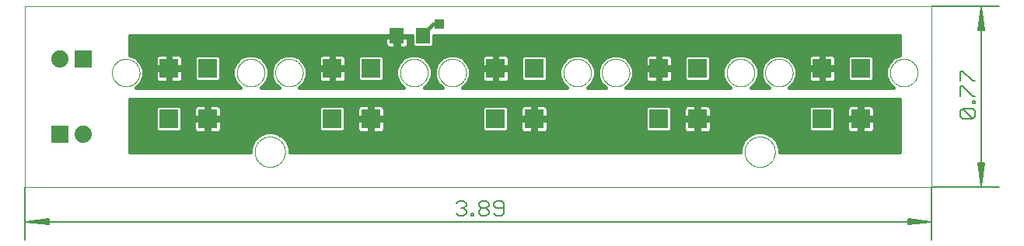
<source format=gtl>
G75*
%MOIN*%
%OFA0B0*%
%FSLAX25Y25*%
%IPPOS*%
%LPD*%
%AMOC8*
5,1,8,0,0,1.08239X$1,22.5*
%
%ADD10C,0.00000*%
%ADD11C,0.00512*%
%ADD12C,0.00600*%
%ADD13R,0.06299X0.07098*%
%ADD14R,0.07400X0.07400*%
%ADD15C,0.07400*%
%ADD16R,0.08268X0.08268*%
%ADD17C,0.01600*%
%ADD18R,0.03962X0.03962*%
D10*
X0001256Y0023933D02*
X0001256Y0101394D01*
X0389957Y0101394D01*
X0389957Y0023933D01*
X0001256Y0023933D01*
X0099756Y0038933D02*
X0099758Y0039094D01*
X0099764Y0039254D01*
X0099774Y0039415D01*
X0099788Y0039575D01*
X0099806Y0039735D01*
X0099827Y0039894D01*
X0099853Y0040053D01*
X0099883Y0040211D01*
X0099916Y0040368D01*
X0099954Y0040525D01*
X0099995Y0040680D01*
X0100040Y0040834D01*
X0100089Y0040987D01*
X0100142Y0041139D01*
X0100198Y0041290D01*
X0100259Y0041439D01*
X0100322Y0041587D01*
X0100390Y0041733D01*
X0100461Y0041877D01*
X0100535Y0042019D01*
X0100613Y0042160D01*
X0100695Y0042298D01*
X0100780Y0042435D01*
X0100868Y0042569D01*
X0100960Y0042701D01*
X0101055Y0042831D01*
X0101153Y0042959D01*
X0101254Y0043084D01*
X0101358Y0043206D01*
X0101465Y0043326D01*
X0101575Y0043443D01*
X0101688Y0043558D01*
X0101804Y0043669D01*
X0101923Y0043778D01*
X0102044Y0043883D01*
X0102168Y0043986D01*
X0102294Y0044086D01*
X0102422Y0044182D01*
X0102553Y0044275D01*
X0102687Y0044365D01*
X0102822Y0044452D01*
X0102960Y0044535D01*
X0103099Y0044615D01*
X0103241Y0044691D01*
X0103384Y0044764D01*
X0103529Y0044833D01*
X0103676Y0044899D01*
X0103824Y0044961D01*
X0103974Y0045019D01*
X0104125Y0045074D01*
X0104278Y0045125D01*
X0104432Y0045172D01*
X0104587Y0045215D01*
X0104743Y0045254D01*
X0104899Y0045290D01*
X0105057Y0045321D01*
X0105215Y0045349D01*
X0105374Y0045373D01*
X0105534Y0045393D01*
X0105694Y0045409D01*
X0105854Y0045421D01*
X0106015Y0045429D01*
X0106176Y0045433D01*
X0106336Y0045433D01*
X0106497Y0045429D01*
X0106658Y0045421D01*
X0106818Y0045409D01*
X0106978Y0045393D01*
X0107138Y0045373D01*
X0107297Y0045349D01*
X0107455Y0045321D01*
X0107613Y0045290D01*
X0107769Y0045254D01*
X0107925Y0045215D01*
X0108080Y0045172D01*
X0108234Y0045125D01*
X0108387Y0045074D01*
X0108538Y0045019D01*
X0108688Y0044961D01*
X0108836Y0044899D01*
X0108983Y0044833D01*
X0109128Y0044764D01*
X0109271Y0044691D01*
X0109413Y0044615D01*
X0109552Y0044535D01*
X0109690Y0044452D01*
X0109825Y0044365D01*
X0109959Y0044275D01*
X0110090Y0044182D01*
X0110218Y0044086D01*
X0110344Y0043986D01*
X0110468Y0043883D01*
X0110589Y0043778D01*
X0110708Y0043669D01*
X0110824Y0043558D01*
X0110937Y0043443D01*
X0111047Y0043326D01*
X0111154Y0043206D01*
X0111258Y0043084D01*
X0111359Y0042959D01*
X0111457Y0042831D01*
X0111552Y0042701D01*
X0111644Y0042569D01*
X0111732Y0042435D01*
X0111817Y0042298D01*
X0111899Y0042160D01*
X0111977Y0042019D01*
X0112051Y0041877D01*
X0112122Y0041733D01*
X0112190Y0041587D01*
X0112253Y0041439D01*
X0112314Y0041290D01*
X0112370Y0041139D01*
X0112423Y0040987D01*
X0112472Y0040834D01*
X0112517Y0040680D01*
X0112558Y0040525D01*
X0112596Y0040368D01*
X0112629Y0040211D01*
X0112659Y0040053D01*
X0112685Y0039894D01*
X0112706Y0039735D01*
X0112724Y0039575D01*
X0112738Y0039415D01*
X0112748Y0039254D01*
X0112754Y0039094D01*
X0112756Y0038933D01*
X0112754Y0038772D01*
X0112748Y0038612D01*
X0112738Y0038451D01*
X0112724Y0038291D01*
X0112706Y0038131D01*
X0112685Y0037972D01*
X0112659Y0037813D01*
X0112629Y0037655D01*
X0112596Y0037498D01*
X0112558Y0037341D01*
X0112517Y0037186D01*
X0112472Y0037032D01*
X0112423Y0036879D01*
X0112370Y0036727D01*
X0112314Y0036576D01*
X0112253Y0036427D01*
X0112190Y0036279D01*
X0112122Y0036133D01*
X0112051Y0035989D01*
X0111977Y0035847D01*
X0111899Y0035706D01*
X0111817Y0035568D01*
X0111732Y0035431D01*
X0111644Y0035297D01*
X0111552Y0035165D01*
X0111457Y0035035D01*
X0111359Y0034907D01*
X0111258Y0034782D01*
X0111154Y0034660D01*
X0111047Y0034540D01*
X0110937Y0034423D01*
X0110824Y0034308D01*
X0110708Y0034197D01*
X0110589Y0034088D01*
X0110468Y0033983D01*
X0110344Y0033880D01*
X0110218Y0033780D01*
X0110090Y0033684D01*
X0109959Y0033591D01*
X0109825Y0033501D01*
X0109690Y0033414D01*
X0109552Y0033331D01*
X0109413Y0033251D01*
X0109271Y0033175D01*
X0109128Y0033102D01*
X0108983Y0033033D01*
X0108836Y0032967D01*
X0108688Y0032905D01*
X0108538Y0032847D01*
X0108387Y0032792D01*
X0108234Y0032741D01*
X0108080Y0032694D01*
X0107925Y0032651D01*
X0107769Y0032612D01*
X0107613Y0032576D01*
X0107455Y0032545D01*
X0107297Y0032517D01*
X0107138Y0032493D01*
X0106978Y0032473D01*
X0106818Y0032457D01*
X0106658Y0032445D01*
X0106497Y0032437D01*
X0106336Y0032433D01*
X0106176Y0032433D01*
X0106015Y0032437D01*
X0105854Y0032445D01*
X0105694Y0032457D01*
X0105534Y0032473D01*
X0105374Y0032493D01*
X0105215Y0032517D01*
X0105057Y0032545D01*
X0104899Y0032576D01*
X0104743Y0032612D01*
X0104587Y0032651D01*
X0104432Y0032694D01*
X0104278Y0032741D01*
X0104125Y0032792D01*
X0103974Y0032847D01*
X0103824Y0032905D01*
X0103676Y0032967D01*
X0103529Y0033033D01*
X0103384Y0033102D01*
X0103241Y0033175D01*
X0103099Y0033251D01*
X0102960Y0033331D01*
X0102822Y0033414D01*
X0102687Y0033501D01*
X0102553Y0033591D01*
X0102422Y0033684D01*
X0102294Y0033780D01*
X0102168Y0033880D01*
X0102044Y0033983D01*
X0101923Y0034088D01*
X0101804Y0034197D01*
X0101688Y0034308D01*
X0101575Y0034423D01*
X0101465Y0034540D01*
X0101358Y0034660D01*
X0101254Y0034782D01*
X0101153Y0034907D01*
X0101055Y0035035D01*
X0100960Y0035165D01*
X0100868Y0035297D01*
X0100780Y0035431D01*
X0100695Y0035568D01*
X0100613Y0035706D01*
X0100535Y0035847D01*
X0100461Y0035989D01*
X0100390Y0036133D01*
X0100322Y0036279D01*
X0100259Y0036427D01*
X0100198Y0036576D01*
X0100142Y0036727D01*
X0100089Y0036879D01*
X0100040Y0037032D01*
X0099995Y0037186D01*
X0099954Y0037341D01*
X0099916Y0037498D01*
X0099883Y0037655D01*
X0099853Y0037813D01*
X0099827Y0037972D01*
X0099806Y0038131D01*
X0099788Y0038291D01*
X0099774Y0038451D01*
X0099764Y0038612D01*
X0099758Y0038772D01*
X0099756Y0038933D01*
X0092122Y0072949D02*
X0092124Y0073102D01*
X0092130Y0073256D01*
X0092140Y0073409D01*
X0092154Y0073561D01*
X0092172Y0073714D01*
X0092194Y0073865D01*
X0092219Y0074016D01*
X0092249Y0074167D01*
X0092283Y0074317D01*
X0092320Y0074465D01*
X0092361Y0074613D01*
X0092406Y0074759D01*
X0092455Y0074905D01*
X0092508Y0075049D01*
X0092564Y0075191D01*
X0092624Y0075332D01*
X0092688Y0075472D01*
X0092755Y0075610D01*
X0092826Y0075746D01*
X0092901Y0075880D01*
X0092978Y0076012D01*
X0093060Y0076142D01*
X0093144Y0076270D01*
X0093232Y0076396D01*
X0093323Y0076519D01*
X0093417Y0076640D01*
X0093515Y0076758D01*
X0093615Y0076874D01*
X0093719Y0076987D01*
X0093825Y0077098D01*
X0093934Y0077206D01*
X0094046Y0077311D01*
X0094160Y0077412D01*
X0094278Y0077511D01*
X0094397Y0077607D01*
X0094519Y0077700D01*
X0094644Y0077789D01*
X0094771Y0077876D01*
X0094900Y0077958D01*
X0095031Y0078038D01*
X0095164Y0078114D01*
X0095299Y0078187D01*
X0095436Y0078256D01*
X0095575Y0078321D01*
X0095715Y0078383D01*
X0095857Y0078441D01*
X0096000Y0078496D01*
X0096145Y0078547D01*
X0096291Y0078594D01*
X0096438Y0078637D01*
X0096586Y0078676D01*
X0096735Y0078712D01*
X0096885Y0078743D01*
X0097036Y0078771D01*
X0097187Y0078795D01*
X0097340Y0078815D01*
X0097492Y0078831D01*
X0097645Y0078843D01*
X0097798Y0078851D01*
X0097951Y0078855D01*
X0098105Y0078855D01*
X0098258Y0078851D01*
X0098411Y0078843D01*
X0098564Y0078831D01*
X0098716Y0078815D01*
X0098869Y0078795D01*
X0099020Y0078771D01*
X0099171Y0078743D01*
X0099321Y0078712D01*
X0099470Y0078676D01*
X0099618Y0078637D01*
X0099765Y0078594D01*
X0099911Y0078547D01*
X0100056Y0078496D01*
X0100199Y0078441D01*
X0100341Y0078383D01*
X0100481Y0078321D01*
X0100620Y0078256D01*
X0100757Y0078187D01*
X0100892Y0078114D01*
X0101025Y0078038D01*
X0101156Y0077958D01*
X0101285Y0077876D01*
X0101412Y0077789D01*
X0101537Y0077700D01*
X0101659Y0077607D01*
X0101778Y0077511D01*
X0101896Y0077412D01*
X0102010Y0077311D01*
X0102122Y0077206D01*
X0102231Y0077098D01*
X0102337Y0076987D01*
X0102441Y0076874D01*
X0102541Y0076758D01*
X0102639Y0076640D01*
X0102733Y0076519D01*
X0102824Y0076396D01*
X0102912Y0076270D01*
X0102996Y0076142D01*
X0103078Y0076012D01*
X0103155Y0075880D01*
X0103230Y0075746D01*
X0103301Y0075610D01*
X0103368Y0075472D01*
X0103432Y0075332D01*
X0103492Y0075191D01*
X0103548Y0075049D01*
X0103601Y0074905D01*
X0103650Y0074759D01*
X0103695Y0074613D01*
X0103736Y0074465D01*
X0103773Y0074317D01*
X0103807Y0074167D01*
X0103837Y0074016D01*
X0103862Y0073865D01*
X0103884Y0073714D01*
X0103902Y0073561D01*
X0103916Y0073409D01*
X0103926Y0073256D01*
X0103932Y0073102D01*
X0103934Y0072949D01*
X0103932Y0072796D01*
X0103926Y0072642D01*
X0103916Y0072489D01*
X0103902Y0072337D01*
X0103884Y0072184D01*
X0103862Y0072033D01*
X0103837Y0071882D01*
X0103807Y0071731D01*
X0103773Y0071581D01*
X0103736Y0071433D01*
X0103695Y0071285D01*
X0103650Y0071139D01*
X0103601Y0070993D01*
X0103548Y0070849D01*
X0103492Y0070707D01*
X0103432Y0070566D01*
X0103368Y0070426D01*
X0103301Y0070288D01*
X0103230Y0070152D01*
X0103155Y0070018D01*
X0103078Y0069886D01*
X0102996Y0069756D01*
X0102912Y0069628D01*
X0102824Y0069502D01*
X0102733Y0069379D01*
X0102639Y0069258D01*
X0102541Y0069140D01*
X0102441Y0069024D01*
X0102337Y0068911D01*
X0102231Y0068800D01*
X0102122Y0068692D01*
X0102010Y0068587D01*
X0101896Y0068486D01*
X0101778Y0068387D01*
X0101659Y0068291D01*
X0101537Y0068198D01*
X0101412Y0068109D01*
X0101285Y0068022D01*
X0101156Y0067940D01*
X0101025Y0067860D01*
X0100892Y0067784D01*
X0100757Y0067711D01*
X0100620Y0067642D01*
X0100481Y0067577D01*
X0100341Y0067515D01*
X0100199Y0067457D01*
X0100056Y0067402D01*
X0099911Y0067351D01*
X0099765Y0067304D01*
X0099618Y0067261D01*
X0099470Y0067222D01*
X0099321Y0067186D01*
X0099171Y0067155D01*
X0099020Y0067127D01*
X0098869Y0067103D01*
X0098716Y0067083D01*
X0098564Y0067067D01*
X0098411Y0067055D01*
X0098258Y0067047D01*
X0098105Y0067043D01*
X0097951Y0067043D01*
X0097798Y0067047D01*
X0097645Y0067055D01*
X0097492Y0067067D01*
X0097340Y0067083D01*
X0097187Y0067103D01*
X0097036Y0067127D01*
X0096885Y0067155D01*
X0096735Y0067186D01*
X0096586Y0067222D01*
X0096438Y0067261D01*
X0096291Y0067304D01*
X0096145Y0067351D01*
X0096000Y0067402D01*
X0095857Y0067457D01*
X0095715Y0067515D01*
X0095575Y0067577D01*
X0095436Y0067642D01*
X0095299Y0067711D01*
X0095164Y0067784D01*
X0095031Y0067860D01*
X0094900Y0067940D01*
X0094771Y0068022D01*
X0094644Y0068109D01*
X0094519Y0068198D01*
X0094397Y0068291D01*
X0094278Y0068387D01*
X0094160Y0068486D01*
X0094046Y0068587D01*
X0093934Y0068692D01*
X0093825Y0068800D01*
X0093719Y0068911D01*
X0093615Y0069024D01*
X0093515Y0069140D01*
X0093417Y0069258D01*
X0093323Y0069379D01*
X0093232Y0069502D01*
X0093144Y0069628D01*
X0093060Y0069756D01*
X0092978Y0069886D01*
X0092901Y0070018D01*
X0092826Y0070152D01*
X0092755Y0070288D01*
X0092688Y0070426D01*
X0092624Y0070566D01*
X0092564Y0070707D01*
X0092508Y0070849D01*
X0092455Y0070993D01*
X0092406Y0071139D01*
X0092361Y0071285D01*
X0092320Y0071433D01*
X0092283Y0071581D01*
X0092249Y0071731D01*
X0092219Y0071882D01*
X0092194Y0072033D01*
X0092172Y0072184D01*
X0092154Y0072337D01*
X0092140Y0072489D01*
X0092130Y0072642D01*
X0092124Y0072796D01*
X0092122Y0072949D01*
X0108578Y0072949D02*
X0108580Y0073102D01*
X0108586Y0073256D01*
X0108596Y0073409D01*
X0108610Y0073561D01*
X0108628Y0073714D01*
X0108650Y0073865D01*
X0108675Y0074016D01*
X0108705Y0074167D01*
X0108739Y0074317D01*
X0108776Y0074465D01*
X0108817Y0074613D01*
X0108862Y0074759D01*
X0108911Y0074905D01*
X0108964Y0075049D01*
X0109020Y0075191D01*
X0109080Y0075332D01*
X0109144Y0075472D01*
X0109211Y0075610D01*
X0109282Y0075746D01*
X0109357Y0075880D01*
X0109434Y0076012D01*
X0109516Y0076142D01*
X0109600Y0076270D01*
X0109688Y0076396D01*
X0109779Y0076519D01*
X0109873Y0076640D01*
X0109971Y0076758D01*
X0110071Y0076874D01*
X0110175Y0076987D01*
X0110281Y0077098D01*
X0110390Y0077206D01*
X0110502Y0077311D01*
X0110616Y0077412D01*
X0110734Y0077511D01*
X0110853Y0077607D01*
X0110975Y0077700D01*
X0111100Y0077789D01*
X0111227Y0077876D01*
X0111356Y0077958D01*
X0111487Y0078038D01*
X0111620Y0078114D01*
X0111755Y0078187D01*
X0111892Y0078256D01*
X0112031Y0078321D01*
X0112171Y0078383D01*
X0112313Y0078441D01*
X0112456Y0078496D01*
X0112601Y0078547D01*
X0112747Y0078594D01*
X0112894Y0078637D01*
X0113042Y0078676D01*
X0113191Y0078712D01*
X0113341Y0078743D01*
X0113492Y0078771D01*
X0113643Y0078795D01*
X0113796Y0078815D01*
X0113948Y0078831D01*
X0114101Y0078843D01*
X0114254Y0078851D01*
X0114407Y0078855D01*
X0114561Y0078855D01*
X0114714Y0078851D01*
X0114867Y0078843D01*
X0115020Y0078831D01*
X0115172Y0078815D01*
X0115325Y0078795D01*
X0115476Y0078771D01*
X0115627Y0078743D01*
X0115777Y0078712D01*
X0115926Y0078676D01*
X0116074Y0078637D01*
X0116221Y0078594D01*
X0116367Y0078547D01*
X0116512Y0078496D01*
X0116655Y0078441D01*
X0116797Y0078383D01*
X0116937Y0078321D01*
X0117076Y0078256D01*
X0117213Y0078187D01*
X0117348Y0078114D01*
X0117481Y0078038D01*
X0117612Y0077958D01*
X0117741Y0077876D01*
X0117868Y0077789D01*
X0117993Y0077700D01*
X0118115Y0077607D01*
X0118234Y0077511D01*
X0118352Y0077412D01*
X0118466Y0077311D01*
X0118578Y0077206D01*
X0118687Y0077098D01*
X0118793Y0076987D01*
X0118897Y0076874D01*
X0118997Y0076758D01*
X0119095Y0076640D01*
X0119189Y0076519D01*
X0119280Y0076396D01*
X0119368Y0076270D01*
X0119452Y0076142D01*
X0119534Y0076012D01*
X0119611Y0075880D01*
X0119686Y0075746D01*
X0119757Y0075610D01*
X0119824Y0075472D01*
X0119888Y0075332D01*
X0119948Y0075191D01*
X0120004Y0075049D01*
X0120057Y0074905D01*
X0120106Y0074759D01*
X0120151Y0074613D01*
X0120192Y0074465D01*
X0120229Y0074317D01*
X0120263Y0074167D01*
X0120293Y0074016D01*
X0120318Y0073865D01*
X0120340Y0073714D01*
X0120358Y0073561D01*
X0120372Y0073409D01*
X0120382Y0073256D01*
X0120388Y0073102D01*
X0120390Y0072949D01*
X0120388Y0072796D01*
X0120382Y0072642D01*
X0120372Y0072489D01*
X0120358Y0072337D01*
X0120340Y0072184D01*
X0120318Y0072033D01*
X0120293Y0071882D01*
X0120263Y0071731D01*
X0120229Y0071581D01*
X0120192Y0071433D01*
X0120151Y0071285D01*
X0120106Y0071139D01*
X0120057Y0070993D01*
X0120004Y0070849D01*
X0119948Y0070707D01*
X0119888Y0070566D01*
X0119824Y0070426D01*
X0119757Y0070288D01*
X0119686Y0070152D01*
X0119611Y0070018D01*
X0119534Y0069886D01*
X0119452Y0069756D01*
X0119368Y0069628D01*
X0119280Y0069502D01*
X0119189Y0069379D01*
X0119095Y0069258D01*
X0118997Y0069140D01*
X0118897Y0069024D01*
X0118793Y0068911D01*
X0118687Y0068800D01*
X0118578Y0068692D01*
X0118466Y0068587D01*
X0118352Y0068486D01*
X0118234Y0068387D01*
X0118115Y0068291D01*
X0117993Y0068198D01*
X0117868Y0068109D01*
X0117741Y0068022D01*
X0117612Y0067940D01*
X0117481Y0067860D01*
X0117348Y0067784D01*
X0117213Y0067711D01*
X0117076Y0067642D01*
X0116937Y0067577D01*
X0116797Y0067515D01*
X0116655Y0067457D01*
X0116512Y0067402D01*
X0116367Y0067351D01*
X0116221Y0067304D01*
X0116074Y0067261D01*
X0115926Y0067222D01*
X0115777Y0067186D01*
X0115627Y0067155D01*
X0115476Y0067127D01*
X0115325Y0067103D01*
X0115172Y0067083D01*
X0115020Y0067067D01*
X0114867Y0067055D01*
X0114714Y0067047D01*
X0114561Y0067043D01*
X0114407Y0067043D01*
X0114254Y0067047D01*
X0114101Y0067055D01*
X0113948Y0067067D01*
X0113796Y0067083D01*
X0113643Y0067103D01*
X0113492Y0067127D01*
X0113341Y0067155D01*
X0113191Y0067186D01*
X0113042Y0067222D01*
X0112894Y0067261D01*
X0112747Y0067304D01*
X0112601Y0067351D01*
X0112456Y0067402D01*
X0112313Y0067457D01*
X0112171Y0067515D01*
X0112031Y0067577D01*
X0111892Y0067642D01*
X0111755Y0067711D01*
X0111620Y0067784D01*
X0111487Y0067860D01*
X0111356Y0067940D01*
X0111227Y0068022D01*
X0111100Y0068109D01*
X0110975Y0068198D01*
X0110853Y0068291D01*
X0110734Y0068387D01*
X0110616Y0068486D01*
X0110502Y0068587D01*
X0110390Y0068692D01*
X0110281Y0068800D01*
X0110175Y0068911D01*
X0110071Y0069024D01*
X0109971Y0069140D01*
X0109873Y0069258D01*
X0109779Y0069379D01*
X0109688Y0069502D01*
X0109600Y0069628D01*
X0109516Y0069756D01*
X0109434Y0069886D01*
X0109357Y0070018D01*
X0109282Y0070152D01*
X0109211Y0070288D01*
X0109144Y0070426D01*
X0109080Y0070566D01*
X0109020Y0070707D01*
X0108964Y0070849D01*
X0108911Y0070993D01*
X0108862Y0071139D01*
X0108817Y0071285D01*
X0108776Y0071433D01*
X0108739Y0071581D01*
X0108705Y0071731D01*
X0108675Y0071882D01*
X0108650Y0072033D01*
X0108628Y0072184D01*
X0108610Y0072337D01*
X0108596Y0072489D01*
X0108586Y0072642D01*
X0108580Y0072796D01*
X0108578Y0072949D01*
X0162122Y0072949D02*
X0162124Y0073102D01*
X0162130Y0073256D01*
X0162140Y0073409D01*
X0162154Y0073561D01*
X0162172Y0073714D01*
X0162194Y0073865D01*
X0162219Y0074016D01*
X0162249Y0074167D01*
X0162283Y0074317D01*
X0162320Y0074465D01*
X0162361Y0074613D01*
X0162406Y0074759D01*
X0162455Y0074905D01*
X0162508Y0075049D01*
X0162564Y0075191D01*
X0162624Y0075332D01*
X0162688Y0075472D01*
X0162755Y0075610D01*
X0162826Y0075746D01*
X0162901Y0075880D01*
X0162978Y0076012D01*
X0163060Y0076142D01*
X0163144Y0076270D01*
X0163232Y0076396D01*
X0163323Y0076519D01*
X0163417Y0076640D01*
X0163515Y0076758D01*
X0163615Y0076874D01*
X0163719Y0076987D01*
X0163825Y0077098D01*
X0163934Y0077206D01*
X0164046Y0077311D01*
X0164160Y0077412D01*
X0164278Y0077511D01*
X0164397Y0077607D01*
X0164519Y0077700D01*
X0164644Y0077789D01*
X0164771Y0077876D01*
X0164900Y0077958D01*
X0165031Y0078038D01*
X0165164Y0078114D01*
X0165299Y0078187D01*
X0165436Y0078256D01*
X0165575Y0078321D01*
X0165715Y0078383D01*
X0165857Y0078441D01*
X0166000Y0078496D01*
X0166145Y0078547D01*
X0166291Y0078594D01*
X0166438Y0078637D01*
X0166586Y0078676D01*
X0166735Y0078712D01*
X0166885Y0078743D01*
X0167036Y0078771D01*
X0167187Y0078795D01*
X0167340Y0078815D01*
X0167492Y0078831D01*
X0167645Y0078843D01*
X0167798Y0078851D01*
X0167951Y0078855D01*
X0168105Y0078855D01*
X0168258Y0078851D01*
X0168411Y0078843D01*
X0168564Y0078831D01*
X0168716Y0078815D01*
X0168869Y0078795D01*
X0169020Y0078771D01*
X0169171Y0078743D01*
X0169321Y0078712D01*
X0169470Y0078676D01*
X0169618Y0078637D01*
X0169765Y0078594D01*
X0169911Y0078547D01*
X0170056Y0078496D01*
X0170199Y0078441D01*
X0170341Y0078383D01*
X0170481Y0078321D01*
X0170620Y0078256D01*
X0170757Y0078187D01*
X0170892Y0078114D01*
X0171025Y0078038D01*
X0171156Y0077958D01*
X0171285Y0077876D01*
X0171412Y0077789D01*
X0171537Y0077700D01*
X0171659Y0077607D01*
X0171778Y0077511D01*
X0171896Y0077412D01*
X0172010Y0077311D01*
X0172122Y0077206D01*
X0172231Y0077098D01*
X0172337Y0076987D01*
X0172441Y0076874D01*
X0172541Y0076758D01*
X0172639Y0076640D01*
X0172733Y0076519D01*
X0172824Y0076396D01*
X0172912Y0076270D01*
X0172996Y0076142D01*
X0173078Y0076012D01*
X0173155Y0075880D01*
X0173230Y0075746D01*
X0173301Y0075610D01*
X0173368Y0075472D01*
X0173432Y0075332D01*
X0173492Y0075191D01*
X0173548Y0075049D01*
X0173601Y0074905D01*
X0173650Y0074759D01*
X0173695Y0074613D01*
X0173736Y0074465D01*
X0173773Y0074317D01*
X0173807Y0074167D01*
X0173837Y0074016D01*
X0173862Y0073865D01*
X0173884Y0073714D01*
X0173902Y0073561D01*
X0173916Y0073409D01*
X0173926Y0073256D01*
X0173932Y0073102D01*
X0173934Y0072949D01*
X0173932Y0072796D01*
X0173926Y0072642D01*
X0173916Y0072489D01*
X0173902Y0072337D01*
X0173884Y0072184D01*
X0173862Y0072033D01*
X0173837Y0071882D01*
X0173807Y0071731D01*
X0173773Y0071581D01*
X0173736Y0071433D01*
X0173695Y0071285D01*
X0173650Y0071139D01*
X0173601Y0070993D01*
X0173548Y0070849D01*
X0173492Y0070707D01*
X0173432Y0070566D01*
X0173368Y0070426D01*
X0173301Y0070288D01*
X0173230Y0070152D01*
X0173155Y0070018D01*
X0173078Y0069886D01*
X0172996Y0069756D01*
X0172912Y0069628D01*
X0172824Y0069502D01*
X0172733Y0069379D01*
X0172639Y0069258D01*
X0172541Y0069140D01*
X0172441Y0069024D01*
X0172337Y0068911D01*
X0172231Y0068800D01*
X0172122Y0068692D01*
X0172010Y0068587D01*
X0171896Y0068486D01*
X0171778Y0068387D01*
X0171659Y0068291D01*
X0171537Y0068198D01*
X0171412Y0068109D01*
X0171285Y0068022D01*
X0171156Y0067940D01*
X0171025Y0067860D01*
X0170892Y0067784D01*
X0170757Y0067711D01*
X0170620Y0067642D01*
X0170481Y0067577D01*
X0170341Y0067515D01*
X0170199Y0067457D01*
X0170056Y0067402D01*
X0169911Y0067351D01*
X0169765Y0067304D01*
X0169618Y0067261D01*
X0169470Y0067222D01*
X0169321Y0067186D01*
X0169171Y0067155D01*
X0169020Y0067127D01*
X0168869Y0067103D01*
X0168716Y0067083D01*
X0168564Y0067067D01*
X0168411Y0067055D01*
X0168258Y0067047D01*
X0168105Y0067043D01*
X0167951Y0067043D01*
X0167798Y0067047D01*
X0167645Y0067055D01*
X0167492Y0067067D01*
X0167340Y0067083D01*
X0167187Y0067103D01*
X0167036Y0067127D01*
X0166885Y0067155D01*
X0166735Y0067186D01*
X0166586Y0067222D01*
X0166438Y0067261D01*
X0166291Y0067304D01*
X0166145Y0067351D01*
X0166000Y0067402D01*
X0165857Y0067457D01*
X0165715Y0067515D01*
X0165575Y0067577D01*
X0165436Y0067642D01*
X0165299Y0067711D01*
X0165164Y0067784D01*
X0165031Y0067860D01*
X0164900Y0067940D01*
X0164771Y0068022D01*
X0164644Y0068109D01*
X0164519Y0068198D01*
X0164397Y0068291D01*
X0164278Y0068387D01*
X0164160Y0068486D01*
X0164046Y0068587D01*
X0163934Y0068692D01*
X0163825Y0068800D01*
X0163719Y0068911D01*
X0163615Y0069024D01*
X0163515Y0069140D01*
X0163417Y0069258D01*
X0163323Y0069379D01*
X0163232Y0069502D01*
X0163144Y0069628D01*
X0163060Y0069756D01*
X0162978Y0069886D01*
X0162901Y0070018D01*
X0162826Y0070152D01*
X0162755Y0070288D01*
X0162688Y0070426D01*
X0162624Y0070566D01*
X0162564Y0070707D01*
X0162508Y0070849D01*
X0162455Y0070993D01*
X0162406Y0071139D01*
X0162361Y0071285D01*
X0162320Y0071433D01*
X0162283Y0071581D01*
X0162249Y0071731D01*
X0162219Y0071882D01*
X0162194Y0072033D01*
X0162172Y0072184D01*
X0162154Y0072337D01*
X0162140Y0072489D01*
X0162130Y0072642D01*
X0162124Y0072796D01*
X0162122Y0072949D01*
X0178578Y0072949D02*
X0178580Y0073102D01*
X0178586Y0073256D01*
X0178596Y0073409D01*
X0178610Y0073561D01*
X0178628Y0073714D01*
X0178650Y0073865D01*
X0178675Y0074016D01*
X0178705Y0074167D01*
X0178739Y0074317D01*
X0178776Y0074465D01*
X0178817Y0074613D01*
X0178862Y0074759D01*
X0178911Y0074905D01*
X0178964Y0075049D01*
X0179020Y0075191D01*
X0179080Y0075332D01*
X0179144Y0075472D01*
X0179211Y0075610D01*
X0179282Y0075746D01*
X0179357Y0075880D01*
X0179434Y0076012D01*
X0179516Y0076142D01*
X0179600Y0076270D01*
X0179688Y0076396D01*
X0179779Y0076519D01*
X0179873Y0076640D01*
X0179971Y0076758D01*
X0180071Y0076874D01*
X0180175Y0076987D01*
X0180281Y0077098D01*
X0180390Y0077206D01*
X0180502Y0077311D01*
X0180616Y0077412D01*
X0180734Y0077511D01*
X0180853Y0077607D01*
X0180975Y0077700D01*
X0181100Y0077789D01*
X0181227Y0077876D01*
X0181356Y0077958D01*
X0181487Y0078038D01*
X0181620Y0078114D01*
X0181755Y0078187D01*
X0181892Y0078256D01*
X0182031Y0078321D01*
X0182171Y0078383D01*
X0182313Y0078441D01*
X0182456Y0078496D01*
X0182601Y0078547D01*
X0182747Y0078594D01*
X0182894Y0078637D01*
X0183042Y0078676D01*
X0183191Y0078712D01*
X0183341Y0078743D01*
X0183492Y0078771D01*
X0183643Y0078795D01*
X0183796Y0078815D01*
X0183948Y0078831D01*
X0184101Y0078843D01*
X0184254Y0078851D01*
X0184407Y0078855D01*
X0184561Y0078855D01*
X0184714Y0078851D01*
X0184867Y0078843D01*
X0185020Y0078831D01*
X0185172Y0078815D01*
X0185325Y0078795D01*
X0185476Y0078771D01*
X0185627Y0078743D01*
X0185777Y0078712D01*
X0185926Y0078676D01*
X0186074Y0078637D01*
X0186221Y0078594D01*
X0186367Y0078547D01*
X0186512Y0078496D01*
X0186655Y0078441D01*
X0186797Y0078383D01*
X0186937Y0078321D01*
X0187076Y0078256D01*
X0187213Y0078187D01*
X0187348Y0078114D01*
X0187481Y0078038D01*
X0187612Y0077958D01*
X0187741Y0077876D01*
X0187868Y0077789D01*
X0187993Y0077700D01*
X0188115Y0077607D01*
X0188234Y0077511D01*
X0188352Y0077412D01*
X0188466Y0077311D01*
X0188578Y0077206D01*
X0188687Y0077098D01*
X0188793Y0076987D01*
X0188897Y0076874D01*
X0188997Y0076758D01*
X0189095Y0076640D01*
X0189189Y0076519D01*
X0189280Y0076396D01*
X0189368Y0076270D01*
X0189452Y0076142D01*
X0189534Y0076012D01*
X0189611Y0075880D01*
X0189686Y0075746D01*
X0189757Y0075610D01*
X0189824Y0075472D01*
X0189888Y0075332D01*
X0189948Y0075191D01*
X0190004Y0075049D01*
X0190057Y0074905D01*
X0190106Y0074759D01*
X0190151Y0074613D01*
X0190192Y0074465D01*
X0190229Y0074317D01*
X0190263Y0074167D01*
X0190293Y0074016D01*
X0190318Y0073865D01*
X0190340Y0073714D01*
X0190358Y0073561D01*
X0190372Y0073409D01*
X0190382Y0073256D01*
X0190388Y0073102D01*
X0190390Y0072949D01*
X0190388Y0072796D01*
X0190382Y0072642D01*
X0190372Y0072489D01*
X0190358Y0072337D01*
X0190340Y0072184D01*
X0190318Y0072033D01*
X0190293Y0071882D01*
X0190263Y0071731D01*
X0190229Y0071581D01*
X0190192Y0071433D01*
X0190151Y0071285D01*
X0190106Y0071139D01*
X0190057Y0070993D01*
X0190004Y0070849D01*
X0189948Y0070707D01*
X0189888Y0070566D01*
X0189824Y0070426D01*
X0189757Y0070288D01*
X0189686Y0070152D01*
X0189611Y0070018D01*
X0189534Y0069886D01*
X0189452Y0069756D01*
X0189368Y0069628D01*
X0189280Y0069502D01*
X0189189Y0069379D01*
X0189095Y0069258D01*
X0188997Y0069140D01*
X0188897Y0069024D01*
X0188793Y0068911D01*
X0188687Y0068800D01*
X0188578Y0068692D01*
X0188466Y0068587D01*
X0188352Y0068486D01*
X0188234Y0068387D01*
X0188115Y0068291D01*
X0187993Y0068198D01*
X0187868Y0068109D01*
X0187741Y0068022D01*
X0187612Y0067940D01*
X0187481Y0067860D01*
X0187348Y0067784D01*
X0187213Y0067711D01*
X0187076Y0067642D01*
X0186937Y0067577D01*
X0186797Y0067515D01*
X0186655Y0067457D01*
X0186512Y0067402D01*
X0186367Y0067351D01*
X0186221Y0067304D01*
X0186074Y0067261D01*
X0185926Y0067222D01*
X0185777Y0067186D01*
X0185627Y0067155D01*
X0185476Y0067127D01*
X0185325Y0067103D01*
X0185172Y0067083D01*
X0185020Y0067067D01*
X0184867Y0067055D01*
X0184714Y0067047D01*
X0184561Y0067043D01*
X0184407Y0067043D01*
X0184254Y0067047D01*
X0184101Y0067055D01*
X0183948Y0067067D01*
X0183796Y0067083D01*
X0183643Y0067103D01*
X0183492Y0067127D01*
X0183341Y0067155D01*
X0183191Y0067186D01*
X0183042Y0067222D01*
X0182894Y0067261D01*
X0182747Y0067304D01*
X0182601Y0067351D01*
X0182456Y0067402D01*
X0182313Y0067457D01*
X0182171Y0067515D01*
X0182031Y0067577D01*
X0181892Y0067642D01*
X0181755Y0067711D01*
X0181620Y0067784D01*
X0181487Y0067860D01*
X0181356Y0067940D01*
X0181227Y0068022D01*
X0181100Y0068109D01*
X0180975Y0068198D01*
X0180853Y0068291D01*
X0180734Y0068387D01*
X0180616Y0068486D01*
X0180502Y0068587D01*
X0180390Y0068692D01*
X0180281Y0068800D01*
X0180175Y0068911D01*
X0180071Y0069024D01*
X0179971Y0069140D01*
X0179873Y0069258D01*
X0179779Y0069379D01*
X0179688Y0069502D01*
X0179600Y0069628D01*
X0179516Y0069756D01*
X0179434Y0069886D01*
X0179357Y0070018D01*
X0179282Y0070152D01*
X0179211Y0070288D01*
X0179144Y0070426D01*
X0179080Y0070566D01*
X0179020Y0070707D01*
X0178964Y0070849D01*
X0178911Y0070993D01*
X0178862Y0071139D01*
X0178817Y0071285D01*
X0178776Y0071433D01*
X0178739Y0071581D01*
X0178705Y0071731D01*
X0178675Y0071882D01*
X0178650Y0072033D01*
X0178628Y0072184D01*
X0178610Y0072337D01*
X0178596Y0072489D01*
X0178586Y0072642D01*
X0178580Y0072796D01*
X0178578Y0072949D01*
X0232122Y0072949D02*
X0232124Y0073102D01*
X0232130Y0073256D01*
X0232140Y0073409D01*
X0232154Y0073561D01*
X0232172Y0073714D01*
X0232194Y0073865D01*
X0232219Y0074016D01*
X0232249Y0074167D01*
X0232283Y0074317D01*
X0232320Y0074465D01*
X0232361Y0074613D01*
X0232406Y0074759D01*
X0232455Y0074905D01*
X0232508Y0075049D01*
X0232564Y0075191D01*
X0232624Y0075332D01*
X0232688Y0075472D01*
X0232755Y0075610D01*
X0232826Y0075746D01*
X0232901Y0075880D01*
X0232978Y0076012D01*
X0233060Y0076142D01*
X0233144Y0076270D01*
X0233232Y0076396D01*
X0233323Y0076519D01*
X0233417Y0076640D01*
X0233515Y0076758D01*
X0233615Y0076874D01*
X0233719Y0076987D01*
X0233825Y0077098D01*
X0233934Y0077206D01*
X0234046Y0077311D01*
X0234160Y0077412D01*
X0234278Y0077511D01*
X0234397Y0077607D01*
X0234519Y0077700D01*
X0234644Y0077789D01*
X0234771Y0077876D01*
X0234900Y0077958D01*
X0235031Y0078038D01*
X0235164Y0078114D01*
X0235299Y0078187D01*
X0235436Y0078256D01*
X0235575Y0078321D01*
X0235715Y0078383D01*
X0235857Y0078441D01*
X0236000Y0078496D01*
X0236145Y0078547D01*
X0236291Y0078594D01*
X0236438Y0078637D01*
X0236586Y0078676D01*
X0236735Y0078712D01*
X0236885Y0078743D01*
X0237036Y0078771D01*
X0237187Y0078795D01*
X0237340Y0078815D01*
X0237492Y0078831D01*
X0237645Y0078843D01*
X0237798Y0078851D01*
X0237951Y0078855D01*
X0238105Y0078855D01*
X0238258Y0078851D01*
X0238411Y0078843D01*
X0238564Y0078831D01*
X0238716Y0078815D01*
X0238869Y0078795D01*
X0239020Y0078771D01*
X0239171Y0078743D01*
X0239321Y0078712D01*
X0239470Y0078676D01*
X0239618Y0078637D01*
X0239765Y0078594D01*
X0239911Y0078547D01*
X0240056Y0078496D01*
X0240199Y0078441D01*
X0240341Y0078383D01*
X0240481Y0078321D01*
X0240620Y0078256D01*
X0240757Y0078187D01*
X0240892Y0078114D01*
X0241025Y0078038D01*
X0241156Y0077958D01*
X0241285Y0077876D01*
X0241412Y0077789D01*
X0241537Y0077700D01*
X0241659Y0077607D01*
X0241778Y0077511D01*
X0241896Y0077412D01*
X0242010Y0077311D01*
X0242122Y0077206D01*
X0242231Y0077098D01*
X0242337Y0076987D01*
X0242441Y0076874D01*
X0242541Y0076758D01*
X0242639Y0076640D01*
X0242733Y0076519D01*
X0242824Y0076396D01*
X0242912Y0076270D01*
X0242996Y0076142D01*
X0243078Y0076012D01*
X0243155Y0075880D01*
X0243230Y0075746D01*
X0243301Y0075610D01*
X0243368Y0075472D01*
X0243432Y0075332D01*
X0243492Y0075191D01*
X0243548Y0075049D01*
X0243601Y0074905D01*
X0243650Y0074759D01*
X0243695Y0074613D01*
X0243736Y0074465D01*
X0243773Y0074317D01*
X0243807Y0074167D01*
X0243837Y0074016D01*
X0243862Y0073865D01*
X0243884Y0073714D01*
X0243902Y0073561D01*
X0243916Y0073409D01*
X0243926Y0073256D01*
X0243932Y0073102D01*
X0243934Y0072949D01*
X0243932Y0072796D01*
X0243926Y0072642D01*
X0243916Y0072489D01*
X0243902Y0072337D01*
X0243884Y0072184D01*
X0243862Y0072033D01*
X0243837Y0071882D01*
X0243807Y0071731D01*
X0243773Y0071581D01*
X0243736Y0071433D01*
X0243695Y0071285D01*
X0243650Y0071139D01*
X0243601Y0070993D01*
X0243548Y0070849D01*
X0243492Y0070707D01*
X0243432Y0070566D01*
X0243368Y0070426D01*
X0243301Y0070288D01*
X0243230Y0070152D01*
X0243155Y0070018D01*
X0243078Y0069886D01*
X0242996Y0069756D01*
X0242912Y0069628D01*
X0242824Y0069502D01*
X0242733Y0069379D01*
X0242639Y0069258D01*
X0242541Y0069140D01*
X0242441Y0069024D01*
X0242337Y0068911D01*
X0242231Y0068800D01*
X0242122Y0068692D01*
X0242010Y0068587D01*
X0241896Y0068486D01*
X0241778Y0068387D01*
X0241659Y0068291D01*
X0241537Y0068198D01*
X0241412Y0068109D01*
X0241285Y0068022D01*
X0241156Y0067940D01*
X0241025Y0067860D01*
X0240892Y0067784D01*
X0240757Y0067711D01*
X0240620Y0067642D01*
X0240481Y0067577D01*
X0240341Y0067515D01*
X0240199Y0067457D01*
X0240056Y0067402D01*
X0239911Y0067351D01*
X0239765Y0067304D01*
X0239618Y0067261D01*
X0239470Y0067222D01*
X0239321Y0067186D01*
X0239171Y0067155D01*
X0239020Y0067127D01*
X0238869Y0067103D01*
X0238716Y0067083D01*
X0238564Y0067067D01*
X0238411Y0067055D01*
X0238258Y0067047D01*
X0238105Y0067043D01*
X0237951Y0067043D01*
X0237798Y0067047D01*
X0237645Y0067055D01*
X0237492Y0067067D01*
X0237340Y0067083D01*
X0237187Y0067103D01*
X0237036Y0067127D01*
X0236885Y0067155D01*
X0236735Y0067186D01*
X0236586Y0067222D01*
X0236438Y0067261D01*
X0236291Y0067304D01*
X0236145Y0067351D01*
X0236000Y0067402D01*
X0235857Y0067457D01*
X0235715Y0067515D01*
X0235575Y0067577D01*
X0235436Y0067642D01*
X0235299Y0067711D01*
X0235164Y0067784D01*
X0235031Y0067860D01*
X0234900Y0067940D01*
X0234771Y0068022D01*
X0234644Y0068109D01*
X0234519Y0068198D01*
X0234397Y0068291D01*
X0234278Y0068387D01*
X0234160Y0068486D01*
X0234046Y0068587D01*
X0233934Y0068692D01*
X0233825Y0068800D01*
X0233719Y0068911D01*
X0233615Y0069024D01*
X0233515Y0069140D01*
X0233417Y0069258D01*
X0233323Y0069379D01*
X0233232Y0069502D01*
X0233144Y0069628D01*
X0233060Y0069756D01*
X0232978Y0069886D01*
X0232901Y0070018D01*
X0232826Y0070152D01*
X0232755Y0070288D01*
X0232688Y0070426D01*
X0232624Y0070566D01*
X0232564Y0070707D01*
X0232508Y0070849D01*
X0232455Y0070993D01*
X0232406Y0071139D01*
X0232361Y0071285D01*
X0232320Y0071433D01*
X0232283Y0071581D01*
X0232249Y0071731D01*
X0232219Y0071882D01*
X0232194Y0072033D01*
X0232172Y0072184D01*
X0232154Y0072337D01*
X0232140Y0072489D01*
X0232130Y0072642D01*
X0232124Y0072796D01*
X0232122Y0072949D01*
X0248578Y0072949D02*
X0248580Y0073102D01*
X0248586Y0073256D01*
X0248596Y0073409D01*
X0248610Y0073561D01*
X0248628Y0073714D01*
X0248650Y0073865D01*
X0248675Y0074016D01*
X0248705Y0074167D01*
X0248739Y0074317D01*
X0248776Y0074465D01*
X0248817Y0074613D01*
X0248862Y0074759D01*
X0248911Y0074905D01*
X0248964Y0075049D01*
X0249020Y0075191D01*
X0249080Y0075332D01*
X0249144Y0075472D01*
X0249211Y0075610D01*
X0249282Y0075746D01*
X0249357Y0075880D01*
X0249434Y0076012D01*
X0249516Y0076142D01*
X0249600Y0076270D01*
X0249688Y0076396D01*
X0249779Y0076519D01*
X0249873Y0076640D01*
X0249971Y0076758D01*
X0250071Y0076874D01*
X0250175Y0076987D01*
X0250281Y0077098D01*
X0250390Y0077206D01*
X0250502Y0077311D01*
X0250616Y0077412D01*
X0250734Y0077511D01*
X0250853Y0077607D01*
X0250975Y0077700D01*
X0251100Y0077789D01*
X0251227Y0077876D01*
X0251356Y0077958D01*
X0251487Y0078038D01*
X0251620Y0078114D01*
X0251755Y0078187D01*
X0251892Y0078256D01*
X0252031Y0078321D01*
X0252171Y0078383D01*
X0252313Y0078441D01*
X0252456Y0078496D01*
X0252601Y0078547D01*
X0252747Y0078594D01*
X0252894Y0078637D01*
X0253042Y0078676D01*
X0253191Y0078712D01*
X0253341Y0078743D01*
X0253492Y0078771D01*
X0253643Y0078795D01*
X0253796Y0078815D01*
X0253948Y0078831D01*
X0254101Y0078843D01*
X0254254Y0078851D01*
X0254407Y0078855D01*
X0254561Y0078855D01*
X0254714Y0078851D01*
X0254867Y0078843D01*
X0255020Y0078831D01*
X0255172Y0078815D01*
X0255325Y0078795D01*
X0255476Y0078771D01*
X0255627Y0078743D01*
X0255777Y0078712D01*
X0255926Y0078676D01*
X0256074Y0078637D01*
X0256221Y0078594D01*
X0256367Y0078547D01*
X0256512Y0078496D01*
X0256655Y0078441D01*
X0256797Y0078383D01*
X0256937Y0078321D01*
X0257076Y0078256D01*
X0257213Y0078187D01*
X0257348Y0078114D01*
X0257481Y0078038D01*
X0257612Y0077958D01*
X0257741Y0077876D01*
X0257868Y0077789D01*
X0257993Y0077700D01*
X0258115Y0077607D01*
X0258234Y0077511D01*
X0258352Y0077412D01*
X0258466Y0077311D01*
X0258578Y0077206D01*
X0258687Y0077098D01*
X0258793Y0076987D01*
X0258897Y0076874D01*
X0258997Y0076758D01*
X0259095Y0076640D01*
X0259189Y0076519D01*
X0259280Y0076396D01*
X0259368Y0076270D01*
X0259452Y0076142D01*
X0259534Y0076012D01*
X0259611Y0075880D01*
X0259686Y0075746D01*
X0259757Y0075610D01*
X0259824Y0075472D01*
X0259888Y0075332D01*
X0259948Y0075191D01*
X0260004Y0075049D01*
X0260057Y0074905D01*
X0260106Y0074759D01*
X0260151Y0074613D01*
X0260192Y0074465D01*
X0260229Y0074317D01*
X0260263Y0074167D01*
X0260293Y0074016D01*
X0260318Y0073865D01*
X0260340Y0073714D01*
X0260358Y0073561D01*
X0260372Y0073409D01*
X0260382Y0073256D01*
X0260388Y0073102D01*
X0260390Y0072949D01*
X0260388Y0072796D01*
X0260382Y0072642D01*
X0260372Y0072489D01*
X0260358Y0072337D01*
X0260340Y0072184D01*
X0260318Y0072033D01*
X0260293Y0071882D01*
X0260263Y0071731D01*
X0260229Y0071581D01*
X0260192Y0071433D01*
X0260151Y0071285D01*
X0260106Y0071139D01*
X0260057Y0070993D01*
X0260004Y0070849D01*
X0259948Y0070707D01*
X0259888Y0070566D01*
X0259824Y0070426D01*
X0259757Y0070288D01*
X0259686Y0070152D01*
X0259611Y0070018D01*
X0259534Y0069886D01*
X0259452Y0069756D01*
X0259368Y0069628D01*
X0259280Y0069502D01*
X0259189Y0069379D01*
X0259095Y0069258D01*
X0258997Y0069140D01*
X0258897Y0069024D01*
X0258793Y0068911D01*
X0258687Y0068800D01*
X0258578Y0068692D01*
X0258466Y0068587D01*
X0258352Y0068486D01*
X0258234Y0068387D01*
X0258115Y0068291D01*
X0257993Y0068198D01*
X0257868Y0068109D01*
X0257741Y0068022D01*
X0257612Y0067940D01*
X0257481Y0067860D01*
X0257348Y0067784D01*
X0257213Y0067711D01*
X0257076Y0067642D01*
X0256937Y0067577D01*
X0256797Y0067515D01*
X0256655Y0067457D01*
X0256512Y0067402D01*
X0256367Y0067351D01*
X0256221Y0067304D01*
X0256074Y0067261D01*
X0255926Y0067222D01*
X0255777Y0067186D01*
X0255627Y0067155D01*
X0255476Y0067127D01*
X0255325Y0067103D01*
X0255172Y0067083D01*
X0255020Y0067067D01*
X0254867Y0067055D01*
X0254714Y0067047D01*
X0254561Y0067043D01*
X0254407Y0067043D01*
X0254254Y0067047D01*
X0254101Y0067055D01*
X0253948Y0067067D01*
X0253796Y0067083D01*
X0253643Y0067103D01*
X0253492Y0067127D01*
X0253341Y0067155D01*
X0253191Y0067186D01*
X0253042Y0067222D01*
X0252894Y0067261D01*
X0252747Y0067304D01*
X0252601Y0067351D01*
X0252456Y0067402D01*
X0252313Y0067457D01*
X0252171Y0067515D01*
X0252031Y0067577D01*
X0251892Y0067642D01*
X0251755Y0067711D01*
X0251620Y0067784D01*
X0251487Y0067860D01*
X0251356Y0067940D01*
X0251227Y0068022D01*
X0251100Y0068109D01*
X0250975Y0068198D01*
X0250853Y0068291D01*
X0250734Y0068387D01*
X0250616Y0068486D01*
X0250502Y0068587D01*
X0250390Y0068692D01*
X0250281Y0068800D01*
X0250175Y0068911D01*
X0250071Y0069024D01*
X0249971Y0069140D01*
X0249873Y0069258D01*
X0249779Y0069379D01*
X0249688Y0069502D01*
X0249600Y0069628D01*
X0249516Y0069756D01*
X0249434Y0069886D01*
X0249357Y0070018D01*
X0249282Y0070152D01*
X0249211Y0070288D01*
X0249144Y0070426D01*
X0249080Y0070566D01*
X0249020Y0070707D01*
X0248964Y0070849D01*
X0248911Y0070993D01*
X0248862Y0071139D01*
X0248817Y0071285D01*
X0248776Y0071433D01*
X0248739Y0071581D01*
X0248705Y0071731D01*
X0248675Y0071882D01*
X0248650Y0072033D01*
X0248628Y0072184D01*
X0248610Y0072337D01*
X0248596Y0072489D01*
X0248586Y0072642D01*
X0248580Y0072796D01*
X0248578Y0072949D01*
X0302122Y0072949D02*
X0302124Y0073102D01*
X0302130Y0073256D01*
X0302140Y0073409D01*
X0302154Y0073561D01*
X0302172Y0073714D01*
X0302194Y0073865D01*
X0302219Y0074016D01*
X0302249Y0074167D01*
X0302283Y0074317D01*
X0302320Y0074465D01*
X0302361Y0074613D01*
X0302406Y0074759D01*
X0302455Y0074905D01*
X0302508Y0075049D01*
X0302564Y0075191D01*
X0302624Y0075332D01*
X0302688Y0075472D01*
X0302755Y0075610D01*
X0302826Y0075746D01*
X0302901Y0075880D01*
X0302978Y0076012D01*
X0303060Y0076142D01*
X0303144Y0076270D01*
X0303232Y0076396D01*
X0303323Y0076519D01*
X0303417Y0076640D01*
X0303515Y0076758D01*
X0303615Y0076874D01*
X0303719Y0076987D01*
X0303825Y0077098D01*
X0303934Y0077206D01*
X0304046Y0077311D01*
X0304160Y0077412D01*
X0304278Y0077511D01*
X0304397Y0077607D01*
X0304519Y0077700D01*
X0304644Y0077789D01*
X0304771Y0077876D01*
X0304900Y0077958D01*
X0305031Y0078038D01*
X0305164Y0078114D01*
X0305299Y0078187D01*
X0305436Y0078256D01*
X0305575Y0078321D01*
X0305715Y0078383D01*
X0305857Y0078441D01*
X0306000Y0078496D01*
X0306145Y0078547D01*
X0306291Y0078594D01*
X0306438Y0078637D01*
X0306586Y0078676D01*
X0306735Y0078712D01*
X0306885Y0078743D01*
X0307036Y0078771D01*
X0307187Y0078795D01*
X0307340Y0078815D01*
X0307492Y0078831D01*
X0307645Y0078843D01*
X0307798Y0078851D01*
X0307951Y0078855D01*
X0308105Y0078855D01*
X0308258Y0078851D01*
X0308411Y0078843D01*
X0308564Y0078831D01*
X0308716Y0078815D01*
X0308869Y0078795D01*
X0309020Y0078771D01*
X0309171Y0078743D01*
X0309321Y0078712D01*
X0309470Y0078676D01*
X0309618Y0078637D01*
X0309765Y0078594D01*
X0309911Y0078547D01*
X0310056Y0078496D01*
X0310199Y0078441D01*
X0310341Y0078383D01*
X0310481Y0078321D01*
X0310620Y0078256D01*
X0310757Y0078187D01*
X0310892Y0078114D01*
X0311025Y0078038D01*
X0311156Y0077958D01*
X0311285Y0077876D01*
X0311412Y0077789D01*
X0311537Y0077700D01*
X0311659Y0077607D01*
X0311778Y0077511D01*
X0311896Y0077412D01*
X0312010Y0077311D01*
X0312122Y0077206D01*
X0312231Y0077098D01*
X0312337Y0076987D01*
X0312441Y0076874D01*
X0312541Y0076758D01*
X0312639Y0076640D01*
X0312733Y0076519D01*
X0312824Y0076396D01*
X0312912Y0076270D01*
X0312996Y0076142D01*
X0313078Y0076012D01*
X0313155Y0075880D01*
X0313230Y0075746D01*
X0313301Y0075610D01*
X0313368Y0075472D01*
X0313432Y0075332D01*
X0313492Y0075191D01*
X0313548Y0075049D01*
X0313601Y0074905D01*
X0313650Y0074759D01*
X0313695Y0074613D01*
X0313736Y0074465D01*
X0313773Y0074317D01*
X0313807Y0074167D01*
X0313837Y0074016D01*
X0313862Y0073865D01*
X0313884Y0073714D01*
X0313902Y0073561D01*
X0313916Y0073409D01*
X0313926Y0073256D01*
X0313932Y0073102D01*
X0313934Y0072949D01*
X0313932Y0072796D01*
X0313926Y0072642D01*
X0313916Y0072489D01*
X0313902Y0072337D01*
X0313884Y0072184D01*
X0313862Y0072033D01*
X0313837Y0071882D01*
X0313807Y0071731D01*
X0313773Y0071581D01*
X0313736Y0071433D01*
X0313695Y0071285D01*
X0313650Y0071139D01*
X0313601Y0070993D01*
X0313548Y0070849D01*
X0313492Y0070707D01*
X0313432Y0070566D01*
X0313368Y0070426D01*
X0313301Y0070288D01*
X0313230Y0070152D01*
X0313155Y0070018D01*
X0313078Y0069886D01*
X0312996Y0069756D01*
X0312912Y0069628D01*
X0312824Y0069502D01*
X0312733Y0069379D01*
X0312639Y0069258D01*
X0312541Y0069140D01*
X0312441Y0069024D01*
X0312337Y0068911D01*
X0312231Y0068800D01*
X0312122Y0068692D01*
X0312010Y0068587D01*
X0311896Y0068486D01*
X0311778Y0068387D01*
X0311659Y0068291D01*
X0311537Y0068198D01*
X0311412Y0068109D01*
X0311285Y0068022D01*
X0311156Y0067940D01*
X0311025Y0067860D01*
X0310892Y0067784D01*
X0310757Y0067711D01*
X0310620Y0067642D01*
X0310481Y0067577D01*
X0310341Y0067515D01*
X0310199Y0067457D01*
X0310056Y0067402D01*
X0309911Y0067351D01*
X0309765Y0067304D01*
X0309618Y0067261D01*
X0309470Y0067222D01*
X0309321Y0067186D01*
X0309171Y0067155D01*
X0309020Y0067127D01*
X0308869Y0067103D01*
X0308716Y0067083D01*
X0308564Y0067067D01*
X0308411Y0067055D01*
X0308258Y0067047D01*
X0308105Y0067043D01*
X0307951Y0067043D01*
X0307798Y0067047D01*
X0307645Y0067055D01*
X0307492Y0067067D01*
X0307340Y0067083D01*
X0307187Y0067103D01*
X0307036Y0067127D01*
X0306885Y0067155D01*
X0306735Y0067186D01*
X0306586Y0067222D01*
X0306438Y0067261D01*
X0306291Y0067304D01*
X0306145Y0067351D01*
X0306000Y0067402D01*
X0305857Y0067457D01*
X0305715Y0067515D01*
X0305575Y0067577D01*
X0305436Y0067642D01*
X0305299Y0067711D01*
X0305164Y0067784D01*
X0305031Y0067860D01*
X0304900Y0067940D01*
X0304771Y0068022D01*
X0304644Y0068109D01*
X0304519Y0068198D01*
X0304397Y0068291D01*
X0304278Y0068387D01*
X0304160Y0068486D01*
X0304046Y0068587D01*
X0303934Y0068692D01*
X0303825Y0068800D01*
X0303719Y0068911D01*
X0303615Y0069024D01*
X0303515Y0069140D01*
X0303417Y0069258D01*
X0303323Y0069379D01*
X0303232Y0069502D01*
X0303144Y0069628D01*
X0303060Y0069756D01*
X0302978Y0069886D01*
X0302901Y0070018D01*
X0302826Y0070152D01*
X0302755Y0070288D01*
X0302688Y0070426D01*
X0302624Y0070566D01*
X0302564Y0070707D01*
X0302508Y0070849D01*
X0302455Y0070993D01*
X0302406Y0071139D01*
X0302361Y0071285D01*
X0302320Y0071433D01*
X0302283Y0071581D01*
X0302249Y0071731D01*
X0302219Y0071882D01*
X0302194Y0072033D01*
X0302172Y0072184D01*
X0302154Y0072337D01*
X0302140Y0072489D01*
X0302130Y0072642D01*
X0302124Y0072796D01*
X0302122Y0072949D01*
X0318578Y0072949D02*
X0318580Y0073102D01*
X0318586Y0073256D01*
X0318596Y0073409D01*
X0318610Y0073561D01*
X0318628Y0073714D01*
X0318650Y0073865D01*
X0318675Y0074016D01*
X0318705Y0074167D01*
X0318739Y0074317D01*
X0318776Y0074465D01*
X0318817Y0074613D01*
X0318862Y0074759D01*
X0318911Y0074905D01*
X0318964Y0075049D01*
X0319020Y0075191D01*
X0319080Y0075332D01*
X0319144Y0075472D01*
X0319211Y0075610D01*
X0319282Y0075746D01*
X0319357Y0075880D01*
X0319434Y0076012D01*
X0319516Y0076142D01*
X0319600Y0076270D01*
X0319688Y0076396D01*
X0319779Y0076519D01*
X0319873Y0076640D01*
X0319971Y0076758D01*
X0320071Y0076874D01*
X0320175Y0076987D01*
X0320281Y0077098D01*
X0320390Y0077206D01*
X0320502Y0077311D01*
X0320616Y0077412D01*
X0320734Y0077511D01*
X0320853Y0077607D01*
X0320975Y0077700D01*
X0321100Y0077789D01*
X0321227Y0077876D01*
X0321356Y0077958D01*
X0321487Y0078038D01*
X0321620Y0078114D01*
X0321755Y0078187D01*
X0321892Y0078256D01*
X0322031Y0078321D01*
X0322171Y0078383D01*
X0322313Y0078441D01*
X0322456Y0078496D01*
X0322601Y0078547D01*
X0322747Y0078594D01*
X0322894Y0078637D01*
X0323042Y0078676D01*
X0323191Y0078712D01*
X0323341Y0078743D01*
X0323492Y0078771D01*
X0323643Y0078795D01*
X0323796Y0078815D01*
X0323948Y0078831D01*
X0324101Y0078843D01*
X0324254Y0078851D01*
X0324407Y0078855D01*
X0324561Y0078855D01*
X0324714Y0078851D01*
X0324867Y0078843D01*
X0325020Y0078831D01*
X0325172Y0078815D01*
X0325325Y0078795D01*
X0325476Y0078771D01*
X0325627Y0078743D01*
X0325777Y0078712D01*
X0325926Y0078676D01*
X0326074Y0078637D01*
X0326221Y0078594D01*
X0326367Y0078547D01*
X0326512Y0078496D01*
X0326655Y0078441D01*
X0326797Y0078383D01*
X0326937Y0078321D01*
X0327076Y0078256D01*
X0327213Y0078187D01*
X0327348Y0078114D01*
X0327481Y0078038D01*
X0327612Y0077958D01*
X0327741Y0077876D01*
X0327868Y0077789D01*
X0327993Y0077700D01*
X0328115Y0077607D01*
X0328234Y0077511D01*
X0328352Y0077412D01*
X0328466Y0077311D01*
X0328578Y0077206D01*
X0328687Y0077098D01*
X0328793Y0076987D01*
X0328897Y0076874D01*
X0328997Y0076758D01*
X0329095Y0076640D01*
X0329189Y0076519D01*
X0329280Y0076396D01*
X0329368Y0076270D01*
X0329452Y0076142D01*
X0329534Y0076012D01*
X0329611Y0075880D01*
X0329686Y0075746D01*
X0329757Y0075610D01*
X0329824Y0075472D01*
X0329888Y0075332D01*
X0329948Y0075191D01*
X0330004Y0075049D01*
X0330057Y0074905D01*
X0330106Y0074759D01*
X0330151Y0074613D01*
X0330192Y0074465D01*
X0330229Y0074317D01*
X0330263Y0074167D01*
X0330293Y0074016D01*
X0330318Y0073865D01*
X0330340Y0073714D01*
X0330358Y0073561D01*
X0330372Y0073409D01*
X0330382Y0073256D01*
X0330388Y0073102D01*
X0330390Y0072949D01*
X0330388Y0072796D01*
X0330382Y0072642D01*
X0330372Y0072489D01*
X0330358Y0072337D01*
X0330340Y0072184D01*
X0330318Y0072033D01*
X0330293Y0071882D01*
X0330263Y0071731D01*
X0330229Y0071581D01*
X0330192Y0071433D01*
X0330151Y0071285D01*
X0330106Y0071139D01*
X0330057Y0070993D01*
X0330004Y0070849D01*
X0329948Y0070707D01*
X0329888Y0070566D01*
X0329824Y0070426D01*
X0329757Y0070288D01*
X0329686Y0070152D01*
X0329611Y0070018D01*
X0329534Y0069886D01*
X0329452Y0069756D01*
X0329368Y0069628D01*
X0329280Y0069502D01*
X0329189Y0069379D01*
X0329095Y0069258D01*
X0328997Y0069140D01*
X0328897Y0069024D01*
X0328793Y0068911D01*
X0328687Y0068800D01*
X0328578Y0068692D01*
X0328466Y0068587D01*
X0328352Y0068486D01*
X0328234Y0068387D01*
X0328115Y0068291D01*
X0327993Y0068198D01*
X0327868Y0068109D01*
X0327741Y0068022D01*
X0327612Y0067940D01*
X0327481Y0067860D01*
X0327348Y0067784D01*
X0327213Y0067711D01*
X0327076Y0067642D01*
X0326937Y0067577D01*
X0326797Y0067515D01*
X0326655Y0067457D01*
X0326512Y0067402D01*
X0326367Y0067351D01*
X0326221Y0067304D01*
X0326074Y0067261D01*
X0325926Y0067222D01*
X0325777Y0067186D01*
X0325627Y0067155D01*
X0325476Y0067127D01*
X0325325Y0067103D01*
X0325172Y0067083D01*
X0325020Y0067067D01*
X0324867Y0067055D01*
X0324714Y0067047D01*
X0324561Y0067043D01*
X0324407Y0067043D01*
X0324254Y0067047D01*
X0324101Y0067055D01*
X0323948Y0067067D01*
X0323796Y0067083D01*
X0323643Y0067103D01*
X0323492Y0067127D01*
X0323341Y0067155D01*
X0323191Y0067186D01*
X0323042Y0067222D01*
X0322894Y0067261D01*
X0322747Y0067304D01*
X0322601Y0067351D01*
X0322456Y0067402D01*
X0322313Y0067457D01*
X0322171Y0067515D01*
X0322031Y0067577D01*
X0321892Y0067642D01*
X0321755Y0067711D01*
X0321620Y0067784D01*
X0321487Y0067860D01*
X0321356Y0067940D01*
X0321227Y0068022D01*
X0321100Y0068109D01*
X0320975Y0068198D01*
X0320853Y0068291D01*
X0320734Y0068387D01*
X0320616Y0068486D01*
X0320502Y0068587D01*
X0320390Y0068692D01*
X0320281Y0068800D01*
X0320175Y0068911D01*
X0320071Y0069024D01*
X0319971Y0069140D01*
X0319873Y0069258D01*
X0319779Y0069379D01*
X0319688Y0069502D01*
X0319600Y0069628D01*
X0319516Y0069756D01*
X0319434Y0069886D01*
X0319357Y0070018D01*
X0319282Y0070152D01*
X0319211Y0070288D01*
X0319144Y0070426D01*
X0319080Y0070566D01*
X0319020Y0070707D01*
X0318964Y0070849D01*
X0318911Y0070993D01*
X0318862Y0071139D01*
X0318817Y0071285D01*
X0318776Y0071433D01*
X0318739Y0071581D01*
X0318705Y0071731D01*
X0318675Y0071882D01*
X0318650Y0072033D01*
X0318628Y0072184D01*
X0318610Y0072337D01*
X0318596Y0072489D01*
X0318586Y0072642D01*
X0318580Y0072796D01*
X0318578Y0072949D01*
X0372122Y0072949D02*
X0372124Y0073102D01*
X0372130Y0073256D01*
X0372140Y0073409D01*
X0372154Y0073561D01*
X0372172Y0073714D01*
X0372194Y0073865D01*
X0372219Y0074016D01*
X0372249Y0074167D01*
X0372283Y0074317D01*
X0372320Y0074465D01*
X0372361Y0074613D01*
X0372406Y0074759D01*
X0372455Y0074905D01*
X0372508Y0075049D01*
X0372564Y0075191D01*
X0372624Y0075332D01*
X0372688Y0075472D01*
X0372755Y0075610D01*
X0372826Y0075746D01*
X0372901Y0075880D01*
X0372978Y0076012D01*
X0373060Y0076142D01*
X0373144Y0076270D01*
X0373232Y0076396D01*
X0373323Y0076519D01*
X0373417Y0076640D01*
X0373515Y0076758D01*
X0373615Y0076874D01*
X0373719Y0076987D01*
X0373825Y0077098D01*
X0373934Y0077206D01*
X0374046Y0077311D01*
X0374160Y0077412D01*
X0374278Y0077511D01*
X0374397Y0077607D01*
X0374519Y0077700D01*
X0374644Y0077789D01*
X0374771Y0077876D01*
X0374900Y0077958D01*
X0375031Y0078038D01*
X0375164Y0078114D01*
X0375299Y0078187D01*
X0375436Y0078256D01*
X0375575Y0078321D01*
X0375715Y0078383D01*
X0375857Y0078441D01*
X0376000Y0078496D01*
X0376145Y0078547D01*
X0376291Y0078594D01*
X0376438Y0078637D01*
X0376586Y0078676D01*
X0376735Y0078712D01*
X0376885Y0078743D01*
X0377036Y0078771D01*
X0377187Y0078795D01*
X0377340Y0078815D01*
X0377492Y0078831D01*
X0377645Y0078843D01*
X0377798Y0078851D01*
X0377951Y0078855D01*
X0378105Y0078855D01*
X0378258Y0078851D01*
X0378411Y0078843D01*
X0378564Y0078831D01*
X0378716Y0078815D01*
X0378869Y0078795D01*
X0379020Y0078771D01*
X0379171Y0078743D01*
X0379321Y0078712D01*
X0379470Y0078676D01*
X0379618Y0078637D01*
X0379765Y0078594D01*
X0379911Y0078547D01*
X0380056Y0078496D01*
X0380199Y0078441D01*
X0380341Y0078383D01*
X0380481Y0078321D01*
X0380620Y0078256D01*
X0380757Y0078187D01*
X0380892Y0078114D01*
X0381025Y0078038D01*
X0381156Y0077958D01*
X0381285Y0077876D01*
X0381412Y0077789D01*
X0381537Y0077700D01*
X0381659Y0077607D01*
X0381778Y0077511D01*
X0381896Y0077412D01*
X0382010Y0077311D01*
X0382122Y0077206D01*
X0382231Y0077098D01*
X0382337Y0076987D01*
X0382441Y0076874D01*
X0382541Y0076758D01*
X0382639Y0076640D01*
X0382733Y0076519D01*
X0382824Y0076396D01*
X0382912Y0076270D01*
X0382996Y0076142D01*
X0383078Y0076012D01*
X0383155Y0075880D01*
X0383230Y0075746D01*
X0383301Y0075610D01*
X0383368Y0075472D01*
X0383432Y0075332D01*
X0383492Y0075191D01*
X0383548Y0075049D01*
X0383601Y0074905D01*
X0383650Y0074759D01*
X0383695Y0074613D01*
X0383736Y0074465D01*
X0383773Y0074317D01*
X0383807Y0074167D01*
X0383837Y0074016D01*
X0383862Y0073865D01*
X0383884Y0073714D01*
X0383902Y0073561D01*
X0383916Y0073409D01*
X0383926Y0073256D01*
X0383932Y0073102D01*
X0383934Y0072949D01*
X0383932Y0072796D01*
X0383926Y0072642D01*
X0383916Y0072489D01*
X0383902Y0072337D01*
X0383884Y0072184D01*
X0383862Y0072033D01*
X0383837Y0071882D01*
X0383807Y0071731D01*
X0383773Y0071581D01*
X0383736Y0071433D01*
X0383695Y0071285D01*
X0383650Y0071139D01*
X0383601Y0070993D01*
X0383548Y0070849D01*
X0383492Y0070707D01*
X0383432Y0070566D01*
X0383368Y0070426D01*
X0383301Y0070288D01*
X0383230Y0070152D01*
X0383155Y0070018D01*
X0383078Y0069886D01*
X0382996Y0069756D01*
X0382912Y0069628D01*
X0382824Y0069502D01*
X0382733Y0069379D01*
X0382639Y0069258D01*
X0382541Y0069140D01*
X0382441Y0069024D01*
X0382337Y0068911D01*
X0382231Y0068800D01*
X0382122Y0068692D01*
X0382010Y0068587D01*
X0381896Y0068486D01*
X0381778Y0068387D01*
X0381659Y0068291D01*
X0381537Y0068198D01*
X0381412Y0068109D01*
X0381285Y0068022D01*
X0381156Y0067940D01*
X0381025Y0067860D01*
X0380892Y0067784D01*
X0380757Y0067711D01*
X0380620Y0067642D01*
X0380481Y0067577D01*
X0380341Y0067515D01*
X0380199Y0067457D01*
X0380056Y0067402D01*
X0379911Y0067351D01*
X0379765Y0067304D01*
X0379618Y0067261D01*
X0379470Y0067222D01*
X0379321Y0067186D01*
X0379171Y0067155D01*
X0379020Y0067127D01*
X0378869Y0067103D01*
X0378716Y0067083D01*
X0378564Y0067067D01*
X0378411Y0067055D01*
X0378258Y0067047D01*
X0378105Y0067043D01*
X0377951Y0067043D01*
X0377798Y0067047D01*
X0377645Y0067055D01*
X0377492Y0067067D01*
X0377340Y0067083D01*
X0377187Y0067103D01*
X0377036Y0067127D01*
X0376885Y0067155D01*
X0376735Y0067186D01*
X0376586Y0067222D01*
X0376438Y0067261D01*
X0376291Y0067304D01*
X0376145Y0067351D01*
X0376000Y0067402D01*
X0375857Y0067457D01*
X0375715Y0067515D01*
X0375575Y0067577D01*
X0375436Y0067642D01*
X0375299Y0067711D01*
X0375164Y0067784D01*
X0375031Y0067860D01*
X0374900Y0067940D01*
X0374771Y0068022D01*
X0374644Y0068109D01*
X0374519Y0068198D01*
X0374397Y0068291D01*
X0374278Y0068387D01*
X0374160Y0068486D01*
X0374046Y0068587D01*
X0373934Y0068692D01*
X0373825Y0068800D01*
X0373719Y0068911D01*
X0373615Y0069024D01*
X0373515Y0069140D01*
X0373417Y0069258D01*
X0373323Y0069379D01*
X0373232Y0069502D01*
X0373144Y0069628D01*
X0373060Y0069756D01*
X0372978Y0069886D01*
X0372901Y0070018D01*
X0372826Y0070152D01*
X0372755Y0070288D01*
X0372688Y0070426D01*
X0372624Y0070566D01*
X0372564Y0070707D01*
X0372508Y0070849D01*
X0372455Y0070993D01*
X0372406Y0071139D01*
X0372361Y0071285D01*
X0372320Y0071433D01*
X0372283Y0071581D01*
X0372249Y0071731D01*
X0372219Y0071882D01*
X0372194Y0072033D01*
X0372172Y0072184D01*
X0372154Y0072337D01*
X0372140Y0072489D01*
X0372130Y0072642D01*
X0372124Y0072796D01*
X0372122Y0072949D01*
X0309756Y0038933D02*
X0309758Y0039094D01*
X0309764Y0039254D01*
X0309774Y0039415D01*
X0309788Y0039575D01*
X0309806Y0039735D01*
X0309827Y0039894D01*
X0309853Y0040053D01*
X0309883Y0040211D01*
X0309916Y0040368D01*
X0309954Y0040525D01*
X0309995Y0040680D01*
X0310040Y0040834D01*
X0310089Y0040987D01*
X0310142Y0041139D01*
X0310198Y0041290D01*
X0310259Y0041439D01*
X0310322Y0041587D01*
X0310390Y0041733D01*
X0310461Y0041877D01*
X0310535Y0042019D01*
X0310613Y0042160D01*
X0310695Y0042298D01*
X0310780Y0042435D01*
X0310868Y0042569D01*
X0310960Y0042701D01*
X0311055Y0042831D01*
X0311153Y0042959D01*
X0311254Y0043084D01*
X0311358Y0043206D01*
X0311465Y0043326D01*
X0311575Y0043443D01*
X0311688Y0043558D01*
X0311804Y0043669D01*
X0311923Y0043778D01*
X0312044Y0043883D01*
X0312168Y0043986D01*
X0312294Y0044086D01*
X0312422Y0044182D01*
X0312553Y0044275D01*
X0312687Y0044365D01*
X0312822Y0044452D01*
X0312960Y0044535D01*
X0313099Y0044615D01*
X0313241Y0044691D01*
X0313384Y0044764D01*
X0313529Y0044833D01*
X0313676Y0044899D01*
X0313824Y0044961D01*
X0313974Y0045019D01*
X0314125Y0045074D01*
X0314278Y0045125D01*
X0314432Y0045172D01*
X0314587Y0045215D01*
X0314743Y0045254D01*
X0314899Y0045290D01*
X0315057Y0045321D01*
X0315215Y0045349D01*
X0315374Y0045373D01*
X0315534Y0045393D01*
X0315694Y0045409D01*
X0315854Y0045421D01*
X0316015Y0045429D01*
X0316176Y0045433D01*
X0316336Y0045433D01*
X0316497Y0045429D01*
X0316658Y0045421D01*
X0316818Y0045409D01*
X0316978Y0045393D01*
X0317138Y0045373D01*
X0317297Y0045349D01*
X0317455Y0045321D01*
X0317613Y0045290D01*
X0317769Y0045254D01*
X0317925Y0045215D01*
X0318080Y0045172D01*
X0318234Y0045125D01*
X0318387Y0045074D01*
X0318538Y0045019D01*
X0318688Y0044961D01*
X0318836Y0044899D01*
X0318983Y0044833D01*
X0319128Y0044764D01*
X0319271Y0044691D01*
X0319413Y0044615D01*
X0319552Y0044535D01*
X0319690Y0044452D01*
X0319825Y0044365D01*
X0319959Y0044275D01*
X0320090Y0044182D01*
X0320218Y0044086D01*
X0320344Y0043986D01*
X0320468Y0043883D01*
X0320589Y0043778D01*
X0320708Y0043669D01*
X0320824Y0043558D01*
X0320937Y0043443D01*
X0321047Y0043326D01*
X0321154Y0043206D01*
X0321258Y0043084D01*
X0321359Y0042959D01*
X0321457Y0042831D01*
X0321552Y0042701D01*
X0321644Y0042569D01*
X0321732Y0042435D01*
X0321817Y0042298D01*
X0321899Y0042160D01*
X0321977Y0042019D01*
X0322051Y0041877D01*
X0322122Y0041733D01*
X0322190Y0041587D01*
X0322253Y0041439D01*
X0322314Y0041290D01*
X0322370Y0041139D01*
X0322423Y0040987D01*
X0322472Y0040834D01*
X0322517Y0040680D01*
X0322558Y0040525D01*
X0322596Y0040368D01*
X0322629Y0040211D01*
X0322659Y0040053D01*
X0322685Y0039894D01*
X0322706Y0039735D01*
X0322724Y0039575D01*
X0322738Y0039415D01*
X0322748Y0039254D01*
X0322754Y0039094D01*
X0322756Y0038933D01*
X0322754Y0038772D01*
X0322748Y0038612D01*
X0322738Y0038451D01*
X0322724Y0038291D01*
X0322706Y0038131D01*
X0322685Y0037972D01*
X0322659Y0037813D01*
X0322629Y0037655D01*
X0322596Y0037498D01*
X0322558Y0037341D01*
X0322517Y0037186D01*
X0322472Y0037032D01*
X0322423Y0036879D01*
X0322370Y0036727D01*
X0322314Y0036576D01*
X0322253Y0036427D01*
X0322190Y0036279D01*
X0322122Y0036133D01*
X0322051Y0035989D01*
X0321977Y0035847D01*
X0321899Y0035706D01*
X0321817Y0035568D01*
X0321732Y0035431D01*
X0321644Y0035297D01*
X0321552Y0035165D01*
X0321457Y0035035D01*
X0321359Y0034907D01*
X0321258Y0034782D01*
X0321154Y0034660D01*
X0321047Y0034540D01*
X0320937Y0034423D01*
X0320824Y0034308D01*
X0320708Y0034197D01*
X0320589Y0034088D01*
X0320468Y0033983D01*
X0320344Y0033880D01*
X0320218Y0033780D01*
X0320090Y0033684D01*
X0319959Y0033591D01*
X0319825Y0033501D01*
X0319690Y0033414D01*
X0319552Y0033331D01*
X0319413Y0033251D01*
X0319271Y0033175D01*
X0319128Y0033102D01*
X0318983Y0033033D01*
X0318836Y0032967D01*
X0318688Y0032905D01*
X0318538Y0032847D01*
X0318387Y0032792D01*
X0318234Y0032741D01*
X0318080Y0032694D01*
X0317925Y0032651D01*
X0317769Y0032612D01*
X0317613Y0032576D01*
X0317455Y0032545D01*
X0317297Y0032517D01*
X0317138Y0032493D01*
X0316978Y0032473D01*
X0316818Y0032457D01*
X0316658Y0032445D01*
X0316497Y0032437D01*
X0316336Y0032433D01*
X0316176Y0032433D01*
X0316015Y0032437D01*
X0315854Y0032445D01*
X0315694Y0032457D01*
X0315534Y0032473D01*
X0315374Y0032493D01*
X0315215Y0032517D01*
X0315057Y0032545D01*
X0314899Y0032576D01*
X0314743Y0032612D01*
X0314587Y0032651D01*
X0314432Y0032694D01*
X0314278Y0032741D01*
X0314125Y0032792D01*
X0313974Y0032847D01*
X0313824Y0032905D01*
X0313676Y0032967D01*
X0313529Y0033033D01*
X0313384Y0033102D01*
X0313241Y0033175D01*
X0313099Y0033251D01*
X0312960Y0033331D01*
X0312822Y0033414D01*
X0312687Y0033501D01*
X0312553Y0033591D01*
X0312422Y0033684D01*
X0312294Y0033780D01*
X0312168Y0033880D01*
X0312044Y0033983D01*
X0311923Y0034088D01*
X0311804Y0034197D01*
X0311688Y0034308D01*
X0311575Y0034423D01*
X0311465Y0034540D01*
X0311358Y0034660D01*
X0311254Y0034782D01*
X0311153Y0034907D01*
X0311055Y0035035D01*
X0310960Y0035165D01*
X0310868Y0035297D01*
X0310780Y0035431D01*
X0310695Y0035568D01*
X0310613Y0035706D01*
X0310535Y0035847D01*
X0310461Y0035989D01*
X0310390Y0036133D01*
X0310322Y0036279D01*
X0310259Y0036427D01*
X0310198Y0036576D01*
X0310142Y0036727D01*
X0310089Y0036879D01*
X0310040Y0037032D01*
X0309995Y0037186D01*
X0309954Y0037341D01*
X0309916Y0037498D01*
X0309883Y0037655D01*
X0309853Y0037813D01*
X0309827Y0037972D01*
X0309806Y0038131D01*
X0309788Y0038291D01*
X0309774Y0038451D01*
X0309764Y0038612D01*
X0309758Y0038772D01*
X0309756Y0038933D01*
X0038578Y0072949D02*
X0038580Y0073102D01*
X0038586Y0073256D01*
X0038596Y0073409D01*
X0038610Y0073561D01*
X0038628Y0073714D01*
X0038650Y0073865D01*
X0038675Y0074016D01*
X0038705Y0074167D01*
X0038739Y0074317D01*
X0038776Y0074465D01*
X0038817Y0074613D01*
X0038862Y0074759D01*
X0038911Y0074905D01*
X0038964Y0075049D01*
X0039020Y0075191D01*
X0039080Y0075332D01*
X0039144Y0075472D01*
X0039211Y0075610D01*
X0039282Y0075746D01*
X0039357Y0075880D01*
X0039434Y0076012D01*
X0039516Y0076142D01*
X0039600Y0076270D01*
X0039688Y0076396D01*
X0039779Y0076519D01*
X0039873Y0076640D01*
X0039971Y0076758D01*
X0040071Y0076874D01*
X0040175Y0076987D01*
X0040281Y0077098D01*
X0040390Y0077206D01*
X0040502Y0077311D01*
X0040616Y0077412D01*
X0040734Y0077511D01*
X0040853Y0077607D01*
X0040975Y0077700D01*
X0041100Y0077789D01*
X0041227Y0077876D01*
X0041356Y0077958D01*
X0041487Y0078038D01*
X0041620Y0078114D01*
X0041755Y0078187D01*
X0041892Y0078256D01*
X0042031Y0078321D01*
X0042171Y0078383D01*
X0042313Y0078441D01*
X0042456Y0078496D01*
X0042601Y0078547D01*
X0042747Y0078594D01*
X0042894Y0078637D01*
X0043042Y0078676D01*
X0043191Y0078712D01*
X0043341Y0078743D01*
X0043492Y0078771D01*
X0043643Y0078795D01*
X0043796Y0078815D01*
X0043948Y0078831D01*
X0044101Y0078843D01*
X0044254Y0078851D01*
X0044407Y0078855D01*
X0044561Y0078855D01*
X0044714Y0078851D01*
X0044867Y0078843D01*
X0045020Y0078831D01*
X0045172Y0078815D01*
X0045325Y0078795D01*
X0045476Y0078771D01*
X0045627Y0078743D01*
X0045777Y0078712D01*
X0045926Y0078676D01*
X0046074Y0078637D01*
X0046221Y0078594D01*
X0046367Y0078547D01*
X0046512Y0078496D01*
X0046655Y0078441D01*
X0046797Y0078383D01*
X0046937Y0078321D01*
X0047076Y0078256D01*
X0047213Y0078187D01*
X0047348Y0078114D01*
X0047481Y0078038D01*
X0047612Y0077958D01*
X0047741Y0077876D01*
X0047868Y0077789D01*
X0047993Y0077700D01*
X0048115Y0077607D01*
X0048234Y0077511D01*
X0048352Y0077412D01*
X0048466Y0077311D01*
X0048578Y0077206D01*
X0048687Y0077098D01*
X0048793Y0076987D01*
X0048897Y0076874D01*
X0048997Y0076758D01*
X0049095Y0076640D01*
X0049189Y0076519D01*
X0049280Y0076396D01*
X0049368Y0076270D01*
X0049452Y0076142D01*
X0049534Y0076012D01*
X0049611Y0075880D01*
X0049686Y0075746D01*
X0049757Y0075610D01*
X0049824Y0075472D01*
X0049888Y0075332D01*
X0049948Y0075191D01*
X0050004Y0075049D01*
X0050057Y0074905D01*
X0050106Y0074759D01*
X0050151Y0074613D01*
X0050192Y0074465D01*
X0050229Y0074317D01*
X0050263Y0074167D01*
X0050293Y0074016D01*
X0050318Y0073865D01*
X0050340Y0073714D01*
X0050358Y0073561D01*
X0050372Y0073409D01*
X0050382Y0073256D01*
X0050388Y0073102D01*
X0050390Y0072949D01*
X0050388Y0072796D01*
X0050382Y0072642D01*
X0050372Y0072489D01*
X0050358Y0072337D01*
X0050340Y0072184D01*
X0050318Y0072033D01*
X0050293Y0071882D01*
X0050263Y0071731D01*
X0050229Y0071581D01*
X0050192Y0071433D01*
X0050151Y0071285D01*
X0050106Y0071139D01*
X0050057Y0070993D01*
X0050004Y0070849D01*
X0049948Y0070707D01*
X0049888Y0070566D01*
X0049824Y0070426D01*
X0049757Y0070288D01*
X0049686Y0070152D01*
X0049611Y0070018D01*
X0049534Y0069886D01*
X0049452Y0069756D01*
X0049368Y0069628D01*
X0049280Y0069502D01*
X0049189Y0069379D01*
X0049095Y0069258D01*
X0048997Y0069140D01*
X0048897Y0069024D01*
X0048793Y0068911D01*
X0048687Y0068800D01*
X0048578Y0068692D01*
X0048466Y0068587D01*
X0048352Y0068486D01*
X0048234Y0068387D01*
X0048115Y0068291D01*
X0047993Y0068198D01*
X0047868Y0068109D01*
X0047741Y0068022D01*
X0047612Y0067940D01*
X0047481Y0067860D01*
X0047348Y0067784D01*
X0047213Y0067711D01*
X0047076Y0067642D01*
X0046937Y0067577D01*
X0046797Y0067515D01*
X0046655Y0067457D01*
X0046512Y0067402D01*
X0046367Y0067351D01*
X0046221Y0067304D01*
X0046074Y0067261D01*
X0045926Y0067222D01*
X0045777Y0067186D01*
X0045627Y0067155D01*
X0045476Y0067127D01*
X0045325Y0067103D01*
X0045172Y0067083D01*
X0045020Y0067067D01*
X0044867Y0067055D01*
X0044714Y0067047D01*
X0044561Y0067043D01*
X0044407Y0067043D01*
X0044254Y0067047D01*
X0044101Y0067055D01*
X0043948Y0067067D01*
X0043796Y0067083D01*
X0043643Y0067103D01*
X0043492Y0067127D01*
X0043341Y0067155D01*
X0043191Y0067186D01*
X0043042Y0067222D01*
X0042894Y0067261D01*
X0042747Y0067304D01*
X0042601Y0067351D01*
X0042456Y0067402D01*
X0042313Y0067457D01*
X0042171Y0067515D01*
X0042031Y0067577D01*
X0041892Y0067642D01*
X0041755Y0067711D01*
X0041620Y0067784D01*
X0041487Y0067860D01*
X0041356Y0067940D01*
X0041227Y0068022D01*
X0041100Y0068109D01*
X0040975Y0068198D01*
X0040853Y0068291D01*
X0040734Y0068387D01*
X0040616Y0068486D01*
X0040502Y0068587D01*
X0040390Y0068692D01*
X0040281Y0068800D01*
X0040175Y0068911D01*
X0040071Y0069024D01*
X0039971Y0069140D01*
X0039873Y0069258D01*
X0039779Y0069379D01*
X0039688Y0069502D01*
X0039600Y0069628D01*
X0039516Y0069756D01*
X0039434Y0069886D01*
X0039357Y0070018D01*
X0039282Y0070152D01*
X0039211Y0070288D01*
X0039144Y0070426D01*
X0039080Y0070566D01*
X0039020Y0070707D01*
X0038964Y0070849D01*
X0038911Y0070993D01*
X0038862Y0071139D01*
X0038817Y0071285D01*
X0038776Y0071433D01*
X0038739Y0071581D01*
X0038705Y0071731D01*
X0038675Y0071882D01*
X0038650Y0072033D01*
X0038628Y0072184D01*
X0038610Y0072337D01*
X0038596Y0072489D01*
X0038586Y0072642D01*
X0038580Y0072796D01*
X0038578Y0072949D01*
D11*
X0001256Y0023933D02*
X0001256Y0001256D01*
X0001512Y0008933D02*
X0011492Y0007909D01*
X0011492Y0007676D02*
X0001512Y0008933D01*
X0011492Y0009957D01*
X0011492Y0010190D02*
X0011492Y0007676D01*
X0011492Y0008421D02*
X0001512Y0008933D01*
X0011492Y0009445D01*
X0011492Y0010190D02*
X0001512Y0008933D01*
X0389701Y0008933D01*
X0379720Y0007909D01*
X0379720Y0007676D02*
X0389701Y0008933D01*
X0379720Y0009957D01*
X0379720Y0010190D02*
X0379720Y0007676D01*
X0379720Y0008421D02*
X0389701Y0008933D01*
X0379720Y0009445D01*
X0379720Y0010190D02*
X0389701Y0008933D01*
X0389957Y0001256D02*
X0389957Y0023933D01*
X0418933Y0023933D01*
X0411256Y0024189D02*
X0412280Y0034169D01*
X0412513Y0034169D02*
X0411256Y0024189D01*
X0410232Y0034169D01*
X0409999Y0034169D02*
X0412513Y0034169D01*
X0411768Y0034169D02*
X0411256Y0024189D01*
X0410744Y0034169D01*
X0409999Y0034169D02*
X0411256Y0024189D01*
X0411256Y0101138D01*
X0412280Y0091157D01*
X0412513Y0091157D02*
X0411256Y0101138D01*
X0410232Y0091157D01*
X0409999Y0091157D02*
X0412513Y0091157D01*
X0411768Y0091157D02*
X0411256Y0101138D01*
X0410744Y0091157D01*
X0409999Y0091157D02*
X0411256Y0101138D01*
X0418933Y0101394D02*
X0389957Y0101394D01*
D12*
X0402289Y0073596D02*
X0403356Y0073596D01*
X0407627Y0069325D01*
X0408694Y0069325D01*
X0403356Y0067150D02*
X0407627Y0062880D01*
X0408694Y0062880D01*
X0408694Y0060725D02*
X0408694Y0059657D01*
X0407627Y0059657D01*
X0407627Y0060725D01*
X0408694Y0060725D01*
X0402289Y0062880D02*
X0402289Y0067150D01*
X0403356Y0067150D01*
X0402289Y0069325D02*
X0402289Y0073596D01*
X0403356Y0057482D02*
X0407627Y0053212D01*
X0408694Y0054279D01*
X0408694Y0056414D01*
X0407627Y0057482D01*
X0403356Y0057482D01*
X0402289Y0056414D01*
X0402289Y0054279D01*
X0403356Y0053212D01*
X0407627Y0053212D01*
X0206539Y0016833D02*
X0206539Y0012562D01*
X0205471Y0011495D01*
X0203336Y0011495D01*
X0202268Y0012562D01*
X0200093Y0012562D02*
X0199026Y0011495D01*
X0196890Y0011495D01*
X0195823Y0012562D01*
X0195823Y0013630D01*
X0196890Y0014698D01*
X0199026Y0014698D01*
X0200093Y0013630D01*
X0200093Y0012562D01*
X0193668Y0012562D02*
X0193668Y0011495D01*
X0192600Y0011495D01*
X0192600Y0012562D01*
X0193668Y0012562D01*
X0190425Y0012562D02*
X0189357Y0011495D01*
X0187222Y0011495D01*
X0186155Y0012562D01*
X0189357Y0014698D02*
X0190425Y0013630D01*
X0190425Y0012562D01*
X0189357Y0014698D02*
X0188290Y0014698D01*
X0189357Y0014698D02*
X0190425Y0015765D01*
X0190425Y0016833D01*
X0189357Y0017900D01*
X0187222Y0017900D01*
X0186155Y0016833D01*
X0195823Y0016833D02*
X0195823Y0015765D01*
X0196890Y0014698D01*
X0199026Y0014698D02*
X0200093Y0015765D01*
X0200093Y0016833D01*
X0199026Y0017900D01*
X0196890Y0017900D01*
X0195823Y0016833D01*
X0202268Y0016833D02*
X0202268Y0015765D01*
X0203336Y0014698D01*
X0206539Y0014698D01*
X0206539Y0016833D02*
X0205471Y0017900D01*
X0203336Y0017900D01*
X0202268Y0016833D01*
D13*
X0171854Y0088933D03*
X0160657Y0088933D03*
D14*
X0026256Y0078933D03*
X0016256Y0046433D03*
D15*
X0026256Y0046433D03*
X0016256Y0078933D03*
D16*
X0062988Y0074760D03*
X0079524Y0074760D03*
X0132988Y0074760D03*
X0149524Y0074760D03*
X0202988Y0074760D03*
X0219524Y0074760D03*
X0272988Y0074760D03*
X0289524Y0074760D03*
X0342988Y0074760D03*
X0359524Y0074760D03*
X0359524Y0053106D03*
X0342988Y0053106D03*
X0289524Y0053106D03*
X0272988Y0053106D03*
X0219524Y0053106D03*
X0202988Y0053106D03*
X0149524Y0053106D03*
X0132988Y0053106D03*
X0079524Y0053106D03*
X0062988Y0053106D03*
D17*
X0057346Y0052706D02*
X0046256Y0052706D01*
X0046256Y0054305D02*
X0057346Y0054305D01*
X0057346Y0055903D02*
X0046256Y0055903D01*
X0046256Y0057502D02*
X0057346Y0057502D01*
X0057346Y0057865D02*
X0057346Y0048348D01*
X0058229Y0047464D01*
X0067747Y0047464D01*
X0068631Y0048348D01*
X0068631Y0057865D01*
X0067747Y0058749D01*
X0058229Y0058749D01*
X0057346Y0057865D01*
X0046256Y0059100D02*
X0376256Y0059100D01*
X0376256Y0057502D02*
X0365451Y0057502D01*
X0365457Y0057477D02*
X0365335Y0057935D01*
X0365098Y0058345D01*
X0364763Y0058681D01*
X0364352Y0058917D01*
X0363894Y0059040D01*
X0360102Y0059040D01*
X0360102Y0053684D01*
X0365457Y0053684D01*
X0365457Y0057477D01*
X0365457Y0055903D02*
X0376256Y0055903D01*
X0376256Y0054305D02*
X0365457Y0054305D01*
X0365457Y0052528D02*
X0360102Y0052528D01*
X0360102Y0053684D01*
X0358946Y0053684D01*
X0358946Y0059040D01*
X0355153Y0059040D01*
X0354695Y0058917D01*
X0354285Y0058681D01*
X0353949Y0058345D01*
X0353712Y0057935D01*
X0353590Y0057477D01*
X0353590Y0053684D01*
X0358946Y0053684D01*
X0358946Y0052528D01*
X0360102Y0052528D01*
X0360102Y0047172D01*
X0363894Y0047172D01*
X0364352Y0047295D01*
X0364763Y0047532D01*
X0365098Y0047867D01*
X0365335Y0048278D01*
X0365457Y0048735D01*
X0365457Y0052528D01*
X0360102Y0052706D02*
X0376256Y0052706D01*
X0376256Y0051108D02*
X0365457Y0051108D01*
X0365457Y0049509D02*
X0376256Y0049509D01*
X0376256Y0047911D02*
X0365123Y0047911D01*
X0360102Y0047911D02*
X0358946Y0047911D01*
X0358946Y0047172D02*
X0355153Y0047172D01*
X0354695Y0047295D01*
X0354285Y0047532D01*
X0353949Y0047867D01*
X0353712Y0048278D01*
X0353590Y0048735D01*
X0353590Y0052528D01*
X0358946Y0052528D01*
X0358946Y0047172D01*
X0353924Y0047911D02*
X0348194Y0047911D01*
X0348631Y0048348D02*
X0347747Y0047464D01*
X0338229Y0047464D01*
X0337346Y0048348D01*
X0337346Y0057865D01*
X0338229Y0058749D01*
X0347747Y0058749D01*
X0348631Y0057865D01*
X0348631Y0048348D01*
X0348631Y0049509D02*
X0353590Y0049509D01*
X0353590Y0051108D02*
X0348631Y0051108D01*
X0348631Y0052706D02*
X0358946Y0052706D01*
X0358946Y0054305D02*
X0360102Y0054305D01*
X0353590Y0054305D02*
X0348631Y0054305D01*
X0348631Y0055903D02*
X0353590Y0055903D01*
X0358946Y0055903D02*
X0360102Y0055903D01*
X0360102Y0057502D02*
X0358946Y0057502D01*
X0353596Y0057502D02*
X0348631Y0057502D01*
X0337346Y0057502D02*
X0295451Y0057502D01*
X0295457Y0057477D02*
X0295335Y0057935D01*
X0295098Y0058345D01*
X0294763Y0058681D01*
X0294352Y0058917D01*
X0293894Y0059040D01*
X0290102Y0059040D01*
X0290102Y0053684D01*
X0295457Y0053684D01*
X0295457Y0057477D01*
X0295457Y0055903D02*
X0337346Y0055903D01*
X0337346Y0054305D02*
X0295457Y0054305D01*
X0295457Y0052528D02*
X0290102Y0052528D01*
X0290102Y0053684D01*
X0288946Y0053684D01*
X0288946Y0059040D01*
X0285153Y0059040D01*
X0284695Y0058917D01*
X0284285Y0058681D01*
X0283949Y0058345D01*
X0283712Y0057935D01*
X0283590Y0057477D01*
X0283590Y0053684D01*
X0288946Y0053684D01*
X0288946Y0052528D01*
X0290102Y0052528D01*
X0290102Y0047172D01*
X0293894Y0047172D01*
X0294352Y0047295D01*
X0294763Y0047532D01*
X0295098Y0047867D01*
X0295335Y0048278D01*
X0295457Y0048735D01*
X0295457Y0052528D01*
X0290102Y0052706D02*
X0337346Y0052706D01*
X0337346Y0051108D02*
X0295457Y0051108D01*
X0295457Y0049509D02*
X0337346Y0049509D01*
X0337782Y0047911D02*
X0295123Y0047911D01*
X0290102Y0047911D02*
X0288946Y0047911D01*
X0288946Y0047172D02*
X0285153Y0047172D01*
X0284695Y0047295D01*
X0284285Y0047532D01*
X0283949Y0047867D01*
X0283712Y0048278D01*
X0283590Y0048735D01*
X0283590Y0052528D01*
X0288946Y0052528D01*
X0288946Y0047172D01*
X0283924Y0047911D02*
X0278194Y0047911D01*
X0278631Y0048348D02*
X0277747Y0047464D01*
X0268229Y0047464D01*
X0267346Y0048348D01*
X0267346Y0057865D01*
X0268229Y0058749D01*
X0277747Y0058749D01*
X0278631Y0057865D01*
X0278631Y0048348D01*
X0278631Y0049509D02*
X0283590Y0049509D01*
X0283590Y0051108D02*
X0278631Y0051108D01*
X0278631Y0052706D02*
X0288946Y0052706D01*
X0288946Y0054305D02*
X0290102Y0054305D01*
X0290102Y0055903D02*
X0288946Y0055903D01*
X0283590Y0055903D02*
X0278631Y0055903D01*
X0278631Y0054305D02*
X0283590Y0054305D01*
X0288946Y0051108D02*
X0290102Y0051108D01*
X0290102Y0049509D02*
X0288946Y0049509D01*
X0267782Y0047911D02*
X0225123Y0047911D01*
X0225098Y0047867D02*
X0225335Y0048278D01*
X0225457Y0048735D01*
X0225457Y0052528D01*
X0220102Y0052528D01*
X0220102Y0053684D01*
X0225457Y0053684D01*
X0225457Y0057477D01*
X0225335Y0057935D01*
X0225098Y0058345D01*
X0224763Y0058681D01*
X0224352Y0058917D01*
X0223894Y0059040D01*
X0220102Y0059040D01*
X0220102Y0053684D01*
X0218946Y0053684D01*
X0218946Y0059040D01*
X0215153Y0059040D01*
X0214695Y0058917D01*
X0214285Y0058681D01*
X0213949Y0058345D01*
X0213712Y0057935D01*
X0213590Y0057477D01*
X0213590Y0053684D01*
X0218946Y0053684D01*
X0218946Y0052528D01*
X0220102Y0052528D01*
X0220102Y0047172D01*
X0223894Y0047172D01*
X0224352Y0047295D01*
X0224763Y0047532D01*
X0225098Y0047867D01*
X0220102Y0047911D02*
X0218946Y0047911D01*
X0218946Y0047172D02*
X0215153Y0047172D01*
X0214695Y0047295D01*
X0214285Y0047532D01*
X0213949Y0047867D01*
X0213712Y0048278D01*
X0213590Y0048735D01*
X0213590Y0052528D01*
X0218946Y0052528D01*
X0218946Y0047172D01*
X0213924Y0047911D02*
X0208194Y0047911D01*
X0208631Y0048348D02*
X0207747Y0047464D01*
X0198229Y0047464D01*
X0197346Y0048348D01*
X0197346Y0057865D01*
X0198229Y0058749D01*
X0207747Y0058749D01*
X0208631Y0057865D01*
X0208631Y0048348D01*
X0208631Y0049509D02*
X0213590Y0049509D01*
X0213590Y0051108D02*
X0208631Y0051108D01*
X0208631Y0052706D02*
X0218946Y0052706D01*
X0220102Y0052706D02*
X0267346Y0052706D01*
X0267346Y0054305D02*
X0225457Y0054305D01*
X0220102Y0054305D02*
X0218946Y0054305D01*
X0218946Y0055903D02*
X0220102Y0055903D01*
X0225457Y0055903D02*
X0267346Y0055903D01*
X0267346Y0057502D02*
X0225451Y0057502D01*
X0220102Y0057502D02*
X0218946Y0057502D01*
X0213596Y0057502D02*
X0208631Y0057502D01*
X0208631Y0055903D02*
X0213590Y0055903D01*
X0213590Y0054305D02*
X0208631Y0054305D01*
X0218946Y0051108D02*
X0220102Y0051108D01*
X0220102Y0049509D02*
X0218946Y0049509D01*
X0225457Y0049509D02*
X0267346Y0049509D01*
X0267346Y0051108D02*
X0225457Y0051108D01*
X0197782Y0047911D02*
X0155123Y0047911D01*
X0155098Y0047867D02*
X0155335Y0048278D01*
X0155457Y0048735D01*
X0155457Y0052528D01*
X0150102Y0052528D01*
X0150102Y0053684D01*
X0155457Y0053684D01*
X0155457Y0057477D01*
X0155335Y0057935D01*
X0155098Y0058345D01*
X0154763Y0058681D01*
X0154352Y0058917D01*
X0153894Y0059040D01*
X0150102Y0059040D01*
X0150102Y0053684D01*
X0148946Y0053684D01*
X0148946Y0059040D01*
X0145153Y0059040D01*
X0144695Y0058917D01*
X0144285Y0058681D01*
X0143949Y0058345D01*
X0143712Y0057935D01*
X0143590Y0057477D01*
X0143590Y0053684D01*
X0148946Y0053684D01*
X0148946Y0052528D01*
X0150102Y0052528D01*
X0150102Y0047172D01*
X0153894Y0047172D01*
X0154352Y0047295D01*
X0154763Y0047532D01*
X0155098Y0047867D01*
X0150102Y0047911D02*
X0148946Y0047911D01*
X0148946Y0047172D02*
X0145153Y0047172D01*
X0144695Y0047295D01*
X0144285Y0047532D01*
X0143949Y0047867D01*
X0143712Y0048278D01*
X0143590Y0048735D01*
X0143590Y0052528D01*
X0148946Y0052528D01*
X0148946Y0047172D01*
X0143924Y0047911D02*
X0138194Y0047911D01*
X0138631Y0048348D02*
X0137747Y0047464D01*
X0128229Y0047464D01*
X0127346Y0048348D01*
X0127346Y0057865D01*
X0128229Y0058749D01*
X0137747Y0058749D01*
X0138631Y0057865D01*
X0138631Y0048348D01*
X0138631Y0049509D02*
X0143590Y0049509D01*
X0143590Y0051108D02*
X0138631Y0051108D01*
X0138631Y0052706D02*
X0148946Y0052706D01*
X0150102Y0052706D02*
X0197346Y0052706D01*
X0197346Y0054305D02*
X0155457Y0054305D01*
X0150102Y0054305D02*
X0148946Y0054305D01*
X0143590Y0054305D02*
X0138631Y0054305D01*
X0138631Y0055903D02*
X0143590Y0055903D01*
X0148946Y0055903D02*
X0150102Y0055903D01*
X0155457Y0055903D02*
X0197346Y0055903D01*
X0197346Y0057502D02*
X0155451Y0057502D01*
X0150102Y0057502D02*
X0148946Y0057502D01*
X0143596Y0057502D02*
X0138631Y0057502D01*
X0127346Y0057502D02*
X0085451Y0057502D01*
X0085457Y0057477D02*
X0085335Y0057935D01*
X0085098Y0058345D01*
X0084763Y0058681D01*
X0084352Y0058917D01*
X0083894Y0059040D01*
X0080102Y0059040D01*
X0080102Y0053684D01*
X0085457Y0053684D01*
X0085457Y0057477D01*
X0085457Y0055903D02*
X0127346Y0055903D01*
X0127346Y0054305D02*
X0085457Y0054305D01*
X0085457Y0052528D02*
X0080102Y0052528D01*
X0080102Y0053684D01*
X0078946Y0053684D01*
X0078946Y0059040D01*
X0075153Y0059040D01*
X0074695Y0058917D01*
X0074285Y0058681D01*
X0073949Y0058345D01*
X0073712Y0057935D01*
X0073590Y0057477D01*
X0073590Y0053684D01*
X0078946Y0053684D01*
X0078946Y0052528D01*
X0080102Y0052528D01*
X0080102Y0047172D01*
X0083894Y0047172D01*
X0084352Y0047295D01*
X0084763Y0047532D01*
X0085098Y0047867D01*
X0085335Y0048278D01*
X0085457Y0048735D01*
X0085457Y0052528D01*
X0080102Y0052706D02*
X0127346Y0052706D01*
X0127346Y0051108D02*
X0085457Y0051108D01*
X0085457Y0049509D02*
X0127346Y0049509D01*
X0127782Y0047911D02*
X0085123Y0047911D01*
X0080102Y0047911D02*
X0078946Y0047911D01*
X0078946Y0047172D02*
X0075153Y0047172D01*
X0074695Y0047295D01*
X0074285Y0047532D01*
X0073949Y0047867D01*
X0073712Y0048278D01*
X0073590Y0048735D01*
X0073590Y0052528D01*
X0078946Y0052528D01*
X0078946Y0047172D01*
X0073924Y0047911D02*
X0068194Y0047911D01*
X0068631Y0049509D02*
X0073590Y0049509D01*
X0073590Y0051108D02*
X0068631Y0051108D01*
X0068631Y0052706D02*
X0078946Y0052706D01*
X0078946Y0054305D02*
X0080102Y0054305D01*
X0080102Y0055903D02*
X0078946Y0055903D01*
X0073590Y0055903D02*
X0068631Y0055903D01*
X0068631Y0054305D02*
X0073590Y0054305D01*
X0078946Y0051108D02*
X0080102Y0051108D01*
X0080102Y0049509D02*
X0078946Y0049509D01*
X0057782Y0047911D02*
X0046256Y0047911D01*
X0046256Y0046312D02*
X0101859Y0046312D01*
X0101441Y0046139D02*
X0101441Y0046139D01*
X0099050Y0043748D01*
X0099050Y0043748D01*
X0097756Y0040624D01*
X0097756Y0038933D01*
X0046256Y0038933D01*
X0046256Y0061433D01*
X0376256Y0061433D01*
X0376256Y0038933D01*
X0324756Y0038933D01*
X0324756Y0040624D01*
X0323462Y0043748D01*
X0321071Y0046139D01*
X0321071Y0046139D01*
X0317947Y0047433D01*
X0314565Y0047433D01*
X0311441Y0046139D01*
X0309050Y0043748D01*
X0309050Y0043748D01*
X0309050Y0043748D01*
X0307756Y0040624D01*
X0307756Y0038933D01*
X0114756Y0038933D01*
X0114756Y0040624D01*
X0113462Y0043748D01*
X0111071Y0046139D01*
X0111071Y0046139D01*
X0107947Y0047433D01*
X0104565Y0047433D01*
X0101441Y0046139D01*
X0100016Y0044714D02*
X0046256Y0044714D01*
X0046256Y0043115D02*
X0098788Y0043115D01*
X0098126Y0041517D02*
X0046256Y0041517D01*
X0046256Y0039918D02*
X0097756Y0039918D01*
X0113462Y0043748D02*
X0113462Y0043748D01*
X0113724Y0043115D02*
X0308788Y0043115D01*
X0310016Y0044714D02*
X0112496Y0044714D01*
X0110653Y0046312D02*
X0311859Y0046312D01*
X0320653Y0046312D02*
X0376256Y0046312D01*
X0376256Y0044714D02*
X0322496Y0044714D01*
X0323462Y0043748D02*
X0323462Y0043748D01*
X0323724Y0043115D02*
X0376256Y0043115D01*
X0376256Y0041517D02*
X0324386Y0041517D01*
X0324756Y0039918D02*
X0376256Y0039918D01*
X0360102Y0049509D02*
X0358946Y0049509D01*
X0358946Y0051108D02*
X0360102Y0051108D01*
X0376256Y0060699D02*
X0046256Y0060699D01*
X0048843Y0066433D02*
X0051003Y0068593D01*
X0052174Y0071419D01*
X0052174Y0074478D01*
X0051003Y0077305D01*
X0048840Y0079468D01*
X0046256Y0080538D01*
X0046256Y0088933D01*
X0159883Y0088933D01*
X0159883Y0088158D01*
X0161432Y0088158D01*
X0161432Y0083584D01*
X0164044Y0083584D01*
X0164502Y0083707D01*
X0164912Y0083943D01*
X0165247Y0084279D01*
X0165484Y0084689D01*
X0165607Y0085147D01*
X0165607Y0088158D01*
X0161432Y0088158D01*
X0161432Y0088933D01*
X0167196Y0088933D01*
X0167196Y0084759D01*
X0168080Y0083875D01*
X0175629Y0083875D01*
X0176513Y0084759D01*
X0176513Y0088933D01*
X0376256Y0088933D01*
X0376256Y0080538D01*
X0373672Y0079468D01*
X0371508Y0077305D01*
X0370338Y0074478D01*
X0370338Y0071419D01*
X0371508Y0068593D01*
X0373668Y0066433D01*
X0328843Y0066433D01*
X0331003Y0068593D01*
X0332174Y0071419D01*
X0332174Y0074478D01*
X0331003Y0077305D01*
X0328840Y0079468D01*
X0326014Y0080639D01*
X0322955Y0080639D01*
X0320128Y0079468D01*
X0317965Y0077305D01*
X0316794Y0074478D01*
X0316794Y0071419D01*
X0317965Y0068593D01*
X0320125Y0066433D01*
X0312387Y0066433D01*
X0314547Y0068593D01*
X0315717Y0071419D01*
X0315717Y0074478D01*
X0314547Y0077305D01*
X0312383Y0079468D01*
X0309557Y0080639D01*
X0306498Y0080639D01*
X0303672Y0079468D01*
X0301508Y0077305D01*
X0300338Y0074478D01*
X0300338Y0071419D01*
X0301508Y0068593D01*
X0303668Y0066433D01*
X0258843Y0066433D01*
X0261003Y0068593D01*
X0262174Y0071419D01*
X0262174Y0074478D01*
X0261003Y0077305D01*
X0258840Y0079468D01*
X0256014Y0080639D01*
X0252955Y0080639D01*
X0250128Y0079468D01*
X0247965Y0077305D01*
X0246794Y0074478D01*
X0246794Y0071419D01*
X0247965Y0068593D01*
X0250125Y0066433D01*
X0242387Y0066433D01*
X0244547Y0068593D01*
X0245717Y0071419D01*
X0245717Y0074478D01*
X0244547Y0077305D01*
X0242383Y0079468D01*
X0239557Y0080639D01*
X0236498Y0080639D01*
X0233672Y0079468D01*
X0231508Y0077305D01*
X0230338Y0074478D01*
X0230338Y0071419D01*
X0231508Y0068593D01*
X0233668Y0066433D01*
X0188843Y0066433D01*
X0191003Y0068593D01*
X0192174Y0071419D01*
X0192174Y0074478D01*
X0191003Y0077305D01*
X0188840Y0079468D01*
X0186014Y0080639D01*
X0182955Y0080639D01*
X0180128Y0079468D01*
X0177965Y0077305D01*
X0176794Y0074478D01*
X0176794Y0071419D01*
X0177965Y0068593D01*
X0180125Y0066433D01*
X0172387Y0066433D01*
X0174547Y0068593D01*
X0175717Y0071419D01*
X0175717Y0074478D01*
X0174547Y0077305D01*
X0172383Y0079468D01*
X0169557Y0080639D01*
X0166498Y0080639D01*
X0163672Y0079468D01*
X0161508Y0077305D01*
X0160338Y0074478D01*
X0160338Y0071419D01*
X0161508Y0068593D01*
X0163668Y0066433D01*
X0118843Y0066433D01*
X0121003Y0068593D01*
X0122174Y0071419D01*
X0122174Y0074478D01*
X0121003Y0077305D01*
X0118840Y0079468D01*
X0116014Y0080639D01*
X0112955Y0080639D01*
X0110128Y0079468D01*
X0107965Y0077305D01*
X0106794Y0074478D01*
X0106794Y0071419D01*
X0107965Y0068593D01*
X0110125Y0066433D01*
X0102387Y0066433D01*
X0104547Y0068593D01*
X0105717Y0071419D01*
X0105717Y0074478D01*
X0104547Y0077305D01*
X0102383Y0079468D01*
X0099557Y0080639D01*
X0096498Y0080639D01*
X0093672Y0079468D01*
X0091508Y0077305D01*
X0090338Y0074478D01*
X0090338Y0071419D01*
X0091508Y0068593D01*
X0093668Y0066433D01*
X0048843Y0066433D01*
X0049503Y0067093D02*
X0093009Y0067093D01*
X0091468Y0068691D02*
X0051044Y0068691D01*
X0057177Y0069931D02*
X0057414Y0069521D01*
X0057749Y0069186D01*
X0058160Y0068949D01*
X0058617Y0068826D01*
X0062410Y0068826D01*
X0062410Y0074182D01*
X0057054Y0074182D01*
X0057054Y0070389D01*
X0057177Y0069931D01*
X0057081Y0070290D02*
X0051706Y0070290D01*
X0052174Y0071888D02*
X0057054Y0071888D01*
X0057054Y0073487D02*
X0052174Y0073487D01*
X0051923Y0075085D02*
X0062410Y0075085D01*
X0062410Y0075338D02*
X0062410Y0074182D01*
X0063566Y0074182D01*
X0063566Y0068826D01*
X0067359Y0068826D01*
X0067817Y0068949D01*
X0068227Y0069186D01*
X0068562Y0069521D01*
X0068799Y0069931D01*
X0068922Y0070389D01*
X0068922Y0074182D01*
X0063566Y0074182D01*
X0063566Y0075338D01*
X0062410Y0075338D01*
X0057054Y0075338D01*
X0057054Y0079131D01*
X0057177Y0079588D01*
X0057414Y0079999D01*
X0057749Y0080334D01*
X0058160Y0080571D01*
X0058617Y0080694D01*
X0062410Y0080694D01*
X0062410Y0075338D01*
X0063566Y0075338D02*
X0063566Y0080694D01*
X0067359Y0080694D01*
X0067817Y0080571D01*
X0068227Y0080334D01*
X0068562Y0079999D01*
X0068799Y0079588D01*
X0068922Y0079131D01*
X0068922Y0075338D01*
X0063566Y0075338D01*
X0063566Y0075085D02*
X0073881Y0075085D01*
X0073881Y0076684D02*
X0068922Y0076684D01*
X0063566Y0076684D02*
X0062410Y0076684D01*
X0057054Y0076684D02*
X0051260Y0076684D01*
X0050026Y0078282D02*
X0057054Y0078282D01*
X0057346Y0079881D02*
X0047843Y0079881D01*
X0046256Y0081479D02*
X0376256Y0081479D01*
X0376256Y0083078D02*
X0046256Y0083078D01*
X0046256Y0084677D02*
X0155838Y0084677D01*
X0155831Y0084689D02*
X0156068Y0084279D01*
X0156403Y0083943D01*
X0156813Y0083707D01*
X0157271Y0083584D01*
X0159883Y0083584D01*
X0159883Y0088158D01*
X0155708Y0088158D01*
X0155708Y0085147D01*
X0155831Y0084689D01*
X0159883Y0084677D02*
X0161432Y0084677D01*
X0165477Y0084677D02*
X0167279Y0084677D01*
X0167196Y0086275D02*
X0165607Y0086275D01*
X0165607Y0087874D02*
X0167196Y0087874D01*
X0171854Y0088933D02*
X0171854Y0089531D01*
X0176256Y0093933D01*
X0178756Y0093933D01*
X0176513Y0087874D02*
X0376256Y0087874D01*
X0376256Y0086275D02*
X0176513Y0086275D01*
X0176430Y0084677D02*
X0376256Y0084677D01*
X0365166Y0079519D02*
X0364282Y0080402D01*
X0354765Y0080402D01*
X0353881Y0079519D01*
X0353881Y0070001D01*
X0354765Y0069117D01*
X0364282Y0069117D01*
X0365166Y0070001D01*
X0365166Y0079519D01*
X0364804Y0079881D02*
X0374669Y0079881D01*
X0372486Y0078282D02*
X0365166Y0078282D01*
X0365166Y0076684D02*
X0371251Y0076684D01*
X0370589Y0075085D02*
X0365166Y0075085D01*
X0365166Y0073487D02*
X0370338Y0073487D01*
X0370338Y0071888D02*
X0365166Y0071888D01*
X0365166Y0070290D02*
X0370806Y0070290D01*
X0371468Y0068691D02*
X0331044Y0068691D01*
X0329503Y0067093D02*
X0373009Y0067093D01*
X0353881Y0070290D02*
X0348895Y0070290D01*
X0348922Y0070389D02*
X0348922Y0074182D01*
X0343566Y0074182D01*
X0343566Y0068826D01*
X0347359Y0068826D01*
X0347817Y0068949D01*
X0348227Y0069186D01*
X0348562Y0069521D01*
X0348799Y0069931D01*
X0348922Y0070389D01*
X0348922Y0071888D02*
X0353881Y0071888D01*
X0353881Y0073487D02*
X0348922Y0073487D01*
X0348922Y0075338D02*
X0343566Y0075338D01*
X0342410Y0075338D01*
X0342410Y0074182D01*
X0337054Y0074182D01*
X0337054Y0070389D01*
X0337177Y0069931D01*
X0337414Y0069521D01*
X0337749Y0069186D01*
X0338160Y0068949D01*
X0338617Y0068826D01*
X0342410Y0068826D01*
X0342410Y0074182D01*
X0343566Y0074182D01*
X0343566Y0075338D01*
X0343566Y0080694D01*
X0347359Y0080694D01*
X0347817Y0080571D01*
X0348227Y0080334D01*
X0348562Y0079999D01*
X0348799Y0079588D01*
X0348922Y0079131D01*
X0348922Y0075338D01*
X0348922Y0076684D02*
X0353881Y0076684D01*
X0353881Y0075085D02*
X0343566Y0075085D01*
X0342410Y0075085D02*
X0331923Y0075085D01*
X0331260Y0076684D02*
X0337054Y0076684D01*
X0337054Y0075338D02*
X0342410Y0075338D01*
X0342410Y0080694D01*
X0338617Y0080694D01*
X0338160Y0080571D01*
X0337749Y0080334D01*
X0337414Y0079999D01*
X0337177Y0079588D01*
X0337054Y0079131D01*
X0337054Y0075338D01*
X0342410Y0076684D02*
X0343566Y0076684D01*
X0343566Y0078282D02*
X0342410Y0078282D01*
X0342410Y0079881D02*
X0343566Y0079881D01*
X0348631Y0079881D02*
X0354243Y0079881D01*
X0353881Y0078282D02*
X0348922Y0078282D01*
X0337346Y0079881D02*
X0327843Y0079881D01*
X0330026Y0078282D02*
X0337054Y0078282D01*
X0321126Y0079881D02*
X0311386Y0079881D01*
X0313569Y0078282D02*
X0318943Y0078282D01*
X0317708Y0076684D02*
X0314804Y0076684D01*
X0315466Y0075085D02*
X0317046Y0075085D01*
X0316794Y0073487D02*
X0315717Y0073487D01*
X0315717Y0071888D02*
X0316794Y0071888D01*
X0317262Y0070290D02*
X0315250Y0070290D01*
X0314587Y0068691D02*
X0317924Y0068691D01*
X0319465Y0067093D02*
X0313047Y0067093D01*
X0303009Y0067093D02*
X0259503Y0067093D01*
X0261044Y0068691D02*
X0301468Y0068691D01*
X0295166Y0070001D02*
X0294282Y0069117D01*
X0284765Y0069117D01*
X0283881Y0070001D01*
X0283881Y0079519D01*
X0284765Y0080402D01*
X0294282Y0080402D01*
X0295166Y0079519D01*
X0295166Y0070001D01*
X0295166Y0070290D02*
X0300806Y0070290D01*
X0300338Y0071888D02*
X0295166Y0071888D01*
X0295166Y0073487D02*
X0300338Y0073487D01*
X0300589Y0075085D02*
X0295166Y0075085D01*
X0295166Y0076684D02*
X0301251Y0076684D01*
X0302486Y0078282D02*
X0295166Y0078282D01*
X0294804Y0079881D02*
X0304669Y0079881D01*
X0284243Y0079881D02*
X0278631Y0079881D01*
X0278562Y0079999D02*
X0278227Y0080334D01*
X0277817Y0080571D01*
X0277359Y0080694D01*
X0273566Y0080694D01*
X0273566Y0075338D01*
X0272410Y0075338D01*
X0272410Y0074182D01*
X0267054Y0074182D01*
X0267054Y0070389D01*
X0267177Y0069931D01*
X0267414Y0069521D01*
X0267749Y0069186D01*
X0268160Y0068949D01*
X0268617Y0068826D01*
X0272410Y0068826D01*
X0272410Y0074182D01*
X0273566Y0074182D01*
X0273566Y0068826D01*
X0277359Y0068826D01*
X0277817Y0068949D01*
X0278227Y0069186D01*
X0278562Y0069521D01*
X0278799Y0069931D01*
X0278922Y0070389D01*
X0278922Y0074182D01*
X0273566Y0074182D01*
X0273566Y0075338D01*
X0278922Y0075338D01*
X0278922Y0079131D01*
X0278799Y0079588D01*
X0278562Y0079999D01*
X0278922Y0078282D02*
X0283881Y0078282D01*
X0283881Y0076684D02*
X0278922Y0076684D01*
X0283881Y0075085D02*
X0273566Y0075085D01*
X0272410Y0075085D02*
X0261923Y0075085D01*
X0261260Y0076684D02*
X0267054Y0076684D01*
X0267054Y0075338D02*
X0272410Y0075338D01*
X0272410Y0080694D01*
X0268617Y0080694D01*
X0268160Y0080571D01*
X0267749Y0080334D01*
X0267414Y0079999D01*
X0267177Y0079588D01*
X0267054Y0079131D01*
X0267054Y0075338D01*
X0272410Y0076684D02*
X0273566Y0076684D01*
X0273566Y0078282D02*
X0272410Y0078282D01*
X0272410Y0079881D02*
X0273566Y0079881D01*
X0267346Y0079881D02*
X0257843Y0079881D01*
X0260026Y0078282D02*
X0267054Y0078282D01*
X0251126Y0079881D02*
X0241386Y0079881D01*
X0243569Y0078282D02*
X0248943Y0078282D01*
X0247708Y0076684D02*
X0244804Y0076684D01*
X0245466Y0075085D02*
X0247046Y0075085D01*
X0246794Y0073487D02*
X0245717Y0073487D01*
X0245717Y0071888D02*
X0246794Y0071888D01*
X0247262Y0070290D02*
X0245250Y0070290D01*
X0244587Y0068691D02*
X0247924Y0068691D01*
X0249465Y0067093D02*
X0243047Y0067093D01*
X0233009Y0067093D02*
X0189503Y0067093D01*
X0191044Y0068691D02*
X0231468Y0068691D01*
X0230806Y0070290D02*
X0225166Y0070290D01*
X0225166Y0070001D02*
X0224282Y0069117D01*
X0214765Y0069117D01*
X0213881Y0070001D01*
X0213881Y0079519D01*
X0214765Y0080402D01*
X0224282Y0080402D01*
X0225166Y0079519D01*
X0225166Y0070001D01*
X0225166Y0071888D02*
X0230338Y0071888D01*
X0230338Y0073487D02*
X0225166Y0073487D01*
X0225166Y0075085D02*
X0230589Y0075085D01*
X0231251Y0076684D02*
X0225166Y0076684D01*
X0225166Y0078282D02*
X0232486Y0078282D01*
X0234669Y0079881D02*
X0224804Y0079881D01*
X0214243Y0079881D02*
X0208631Y0079881D01*
X0208562Y0079999D02*
X0208227Y0080334D01*
X0207817Y0080571D01*
X0207359Y0080694D01*
X0203566Y0080694D01*
X0203566Y0075338D01*
X0202410Y0075338D01*
X0202410Y0074182D01*
X0197054Y0074182D01*
X0197054Y0070389D01*
X0197177Y0069931D01*
X0197414Y0069521D01*
X0197749Y0069186D01*
X0198160Y0068949D01*
X0198617Y0068826D01*
X0202410Y0068826D01*
X0202410Y0074182D01*
X0203566Y0074182D01*
X0203566Y0068826D01*
X0207359Y0068826D01*
X0207817Y0068949D01*
X0208227Y0069186D01*
X0208562Y0069521D01*
X0208799Y0069931D01*
X0208922Y0070389D01*
X0208922Y0074182D01*
X0203566Y0074182D01*
X0203566Y0075338D01*
X0208922Y0075338D01*
X0208922Y0079131D01*
X0208799Y0079588D01*
X0208562Y0079999D01*
X0208922Y0078282D02*
X0213881Y0078282D01*
X0213881Y0076684D02*
X0208922Y0076684D01*
X0213881Y0075085D02*
X0203566Y0075085D01*
X0202410Y0075085D02*
X0191923Y0075085D01*
X0191260Y0076684D02*
X0197054Y0076684D01*
X0197054Y0075338D02*
X0202410Y0075338D01*
X0202410Y0080694D01*
X0198617Y0080694D01*
X0198160Y0080571D01*
X0197749Y0080334D01*
X0197414Y0079999D01*
X0197177Y0079588D01*
X0197054Y0079131D01*
X0197054Y0075338D01*
X0197054Y0073487D02*
X0192174Y0073487D01*
X0192174Y0071888D02*
X0197054Y0071888D01*
X0197081Y0070290D02*
X0191706Y0070290D01*
X0202410Y0070290D02*
X0203566Y0070290D01*
X0208895Y0070290D02*
X0213881Y0070290D01*
X0213881Y0071888D02*
X0208922Y0071888D01*
X0208922Y0073487D02*
X0213881Y0073487D01*
X0203566Y0073487D02*
X0202410Y0073487D01*
X0202410Y0071888D02*
X0203566Y0071888D01*
X0203566Y0076684D02*
X0202410Y0076684D01*
X0202410Y0078282D02*
X0203566Y0078282D01*
X0203566Y0079881D02*
X0202410Y0079881D01*
X0197346Y0079881D02*
X0187843Y0079881D01*
X0190026Y0078282D02*
X0197054Y0078282D01*
X0181126Y0079881D02*
X0171386Y0079881D01*
X0173569Y0078282D02*
X0178943Y0078282D01*
X0177708Y0076684D02*
X0174804Y0076684D01*
X0175466Y0075085D02*
X0177046Y0075085D01*
X0176794Y0073487D02*
X0175717Y0073487D01*
X0175717Y0071888D02*
X0176794Y0071888D01*
X0177262Y0070290D02*
X0175250Y0070290D01*
X0174587Y0068691D02*
X0177924Y0068691D01*
X0179465Y0067093D02*
X0173047Y0067093D01*
X0163009Y0067093D02*
X0119503Y0067093D01*
X0121044Y0068691D02*
X0161468Y0068691D01*
X0160806Y0070290D02*
X0155166Y0070290D01*
X0155166Y0070001D02*
X0154282Y0069117D01*
X0144765Y0069117D01*
X0143881Y0070001D01*
X0143881Y0079519D01*
X0144765Y0080402D01*
X0154282Y0080402D01*
X0155166Y0079519D01*
X0155166Y0070001D01*
X0155166Y0071888D02*
X0160338Y0071888D01*
X0160338Y0073487D02*
X0155166Y0073487D01*
X0155166Y0075085D02*
X0160589Y0075085D01*
X0161251Y0076684D02*
X0155166Y0076684D01*
X0155166Y0078282D02*
X0162486Y0078282D01*
X0164669Y0079881D02*
X0154804Y0079881D01*
X0144243Y0079881D02*
X0138631Y0079881D01*
X0138562Y0079999D02*
X0138227Y0080334D01*
X0137817Y0080571D01*
X0137359Y0080694D01*
X0133566Y0080694D01*
X0133566Y0075338D01*
X0132410Y0075338D01*
X0132410Y0074182D01*
X0127054Y0074182D01*
X0127054Y0070389D01*
X0127177Y0069931D01*
X0127414Y0069521D01*
X0127749Y0069186D01*
X0128160Y0068949D01*
X0128617Y0068826D01*
X0132410Y0068826D01*
X0132410Y0074182D01*
X0133566Y0074182D01*
X0133566Y0068826D01*
X0137359Y0068826D01*
X0137817Y0068949D01*
X0138227Y0069186D01*
X0138562Y0069521D01*
X0138799Y0069931D01*
X0138922Y0070389D01*
X0138922Y0074182D01*
X0133566Y0074182D01*
X0133566Y0075338D01*
X0138922Y0075338D01*
X0138922Y0079131D01*
X0138799Y0079588D01*
X0138562Y0079999D01*
X0138922Y0078282D02*
X0143881Y0078282D01*
X0143881Y0076684D02*
X0138922Y0076684D01*
X0143881Y0075085D02*
X0133566Y0075085D01*
X0132410Y0075085D02*
X0121923Y0075085D01*
X0121260Y0076684D02*
X0127054Y0076684D01*
X0127054Y0075338D02*
X0132410Y0075338D01*
X0132410Y0080694D01*
X0128617Y0080694D01*
X0128160Y0080571D01*
X0127749Y0080334D01*
X0127414Y0079999D01*
X0127177Y0079588D01*
X0127054Y0079131D01*
X0127054Y0075338D01*
X0132410Y0076684D02*
X0133566Y0076684D01*
X0133566Y0078282D02*
X0132410Y0078282D01*
X0132410Y0079881D02*
X0133566Y0079881D01*
X0127346Y0079881D02*
X0117843Y0079881D01*
X0120026Y0078282D02*
X0127054Y0078282D01*
X0111126Y0079881D02*
X0101386Y0079881D01*
X0103569Y0078282D02*
X0108943Y0078282D01*
X0107708Y0076684D02*
X0104804Y0076684D01*
X0105466Y0075085D02*
X0107046Y0075085D01*
X0106794Y0073487D02*
X0105717Y0073487D01*
X0105717Y0071888D02*
X0106794Y0071888D01*
X0107262Y0070290D02*
X0105250Y0070290D01*
X0104587Y0068691D02*
X0107924Y0068691D01*
X0109465Y0067093D02*
X0103047Y0067093D01*
X0090806Y0070290D02*
X0085166Y0070290D01*
X0085166Y0070001D02*
X0084282Y0069117D01*
X0074765Y0069117D01*
X0073881Y0070001D01*
X0073881Y0079519D01*
X0074765Y0080402D01*
X0084282Y0080402D01*
X0085166Y0079519D01*
X0085166Y0070001D01*
X0085166Y0071888D02*
X0090338Y0071888D01*
X0090338Y0073487D02*
X0085166Y0073487D01*
X0085166Y0075085D02*
X0090589Y0075085D01*
X0091251Y0076684D02*
X0085166Y0076684D01*
X0085166Y0078282D02*
X0092486Y0078282D01*
X0094669Y0079881D02*
X0084804Y0079881D01*
X0074243Y0079881D02*
X0068631Y0079881D01*
X0068922Y0078282D02*
X0073881Y0078282D01*
X0063566Y0078282D02*
X0062410Y0078282D01*
X0062410Y0079881D02*
X0063566Y0079881D01*
X0063566Y0073487D02*
X0062410Y0073487D01*
X0062410Y0071888D02*
X0063566Y0071888D01*
X0068922Y0071888D02*
X0073881Y0071888D01*
X0073881Y0073487D02*
X0068922Y0073487D01*
X0068895Y0070290D02*
X0073881Y0070290D01*
X0063566Y0070290D02*
X0062410Y0070290D01*
X0068631Y0057502D02*
X0073596Y0057502D01*
X0078946Y0057502D02*
X0080102Y0057502D01*
X0057346Y0051108D02*
X0046256Y0051108D01*
X0046256Y0049509D02*
X0057346Y0049509D01*
X0114386Y0041517D02*
X0308126Y0041517D01*
X0307756Y0039918D02*
X0114756Y0039918D01*
X0148946Y0049509D02*
X0150102Y0049509D01*
X0150102Y0051108D02*
X0148946Y0051108D01*
X0155457Y0051108D02*
X0197346Y0051108D01*
X0197346Y0049509D02*
X0155457Y0049509D01*
X0143881Y0070290D02*
X0138895Y0070290D01*
X0138922Y0071888D02*
X0143881Y0071888D01*
X0143881Y0073487D02*
X0138922Y0073487D01*
X0133566Y0073487D02*
X0132410Y0073487D01*
X0132410Y0071888D02*
X0133566Y0071888D01*
X0127054Y0071888D02*
X0122174Y0071888D01*
X0122174Y0073487D02*
X0127054Y0073487D01*
X0127081Y0070290D02*
X0121706Y0070290D01*
X0132410Y0070290D02*
X0133566Y0070290D01*
X0155708Y0086275D02*
X0046256Y0086275D01*
X0046256Y0087874D02*
X0155708Y0087874D01*
X0159883Y0087874D02*
X0161432Y0087874D01*
X0161432Y0086275D02*
X0159883Y0086275D01*
X0261706Y0070290D02*
X0267081Y0070290D01*
X0272410Y0070290D02*
X0273566Y0070290D01*
X0278895Y0070290D02*
X0283881Y0070290D01*
X0283881Y0071888D02*
X0278922Y0071888D01*
X0278922Y0073487D02*
X0283881Y0073487D01*
X0273566Y0073487D02*
X0272410Y0073487D01*
X0272410Y0071888D02*
X0273566Y0071888D01*
X0267054Y0071888D02*
X0262174Y0071888D01*
X0262174Y0073487D02*
X0267054Y0073487D01*
X0278631Y0057502D02*
X0283596Y0057502D01*
X0288946Y0057502D02*
X0290102Y0057502D01*
X0331706Y0070290D02*
X0337081Y0070290D01*
X0342410Y0070290D02*
X0343566Y0070290D01*
X0343566Y0071888D02*
X0342410Y0071888D01*
X0342410Y0073487D02*
X0343566Y0073487D01*
X0337054Y0073487D02*
X0332174Y0073487D01*
X0332174Y0071888D02*
X0337054Y0071888D01*
D18*
X0178756Y0093933D03*
M02*

</source>
